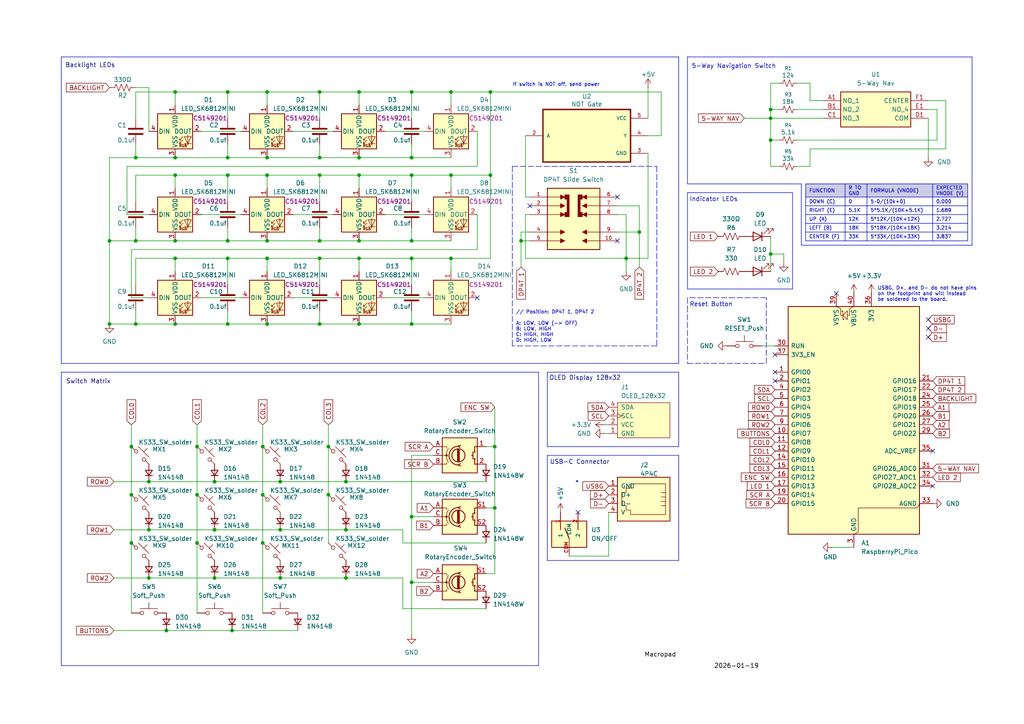
<source format=kicad_sch>
(kicad_sch (version 20250114) (generator "eeschema") (generator_version "9.0")
  (paper "A4")
  (text "USBG, D+, and D- do not have pins\non the footprint and will instead \nbe soldered to the board." (at 254.508 85.344 0) (effects (font (size 1.016 1.016)) (justify left)))
  (text "OLED Display 128x32" (at 169.672 109.728 0) (effects (font (size 1.27 1.27))))
  (text "USB-C Connector" (at 168.148 134.112 0) (effects (font (size 1.27 1.27))))
  (text "Switch Matrix" (at 25.654 110.744 0) (effects (font (size 1.27 1.27))))
  (text "2026-01-19" (at 213.614 193.294 0) (effects (font (size 1.27 1.27))))
  (text "Macropad" (at 191.516 189.992 0) (effects (font (size 1.27 1.27))))
  (text "Backlight LEDs" (at 26.162 19.05 0) (effects (font (size 1.27 1.27))))
  (text "Reset Button" (at 206.248 88.392 0) (effects (font (size 1.27 1.27))))
  (text "// Position: DP4T 1, DP4T 2\n\nA: LOW, LOW (-> OFF)\nB: LOW, HIGH\nC: HIGH, HIGH\nD: HIGH, LOW" (at 149.606 94.742 0) (effects (font (size 1.016 1.016)) (justify left)))
  (text "5-Way Navigation Switch" (at 212.852 19.304 0) (effects (font (size 1.27 1.27))))
  (text "*" (at 167.386 140.208 0) (effects (font (size 1.27 1.27))))
  (text "Indicator LEDs" (at 207.01 57.912 0) (effects (font (size 1.27 1.27))))
  (text "If switch is NOT off, send power" (at 161.29 24.638 0) (effects (font (size 1.016 1.016))))
  (junction (at 143.51 129.54))
  (junction (at 130.81 26.67))
  (junction (at 62.23 153.67))
  (junction (at 50.8 26.67))
  (junction (at 181.61 74.93))
  (junction (at 43.18 139.7))
  (junction (at 104.14 74.93))
  (junction (at 81.28 153.67))
  (junction (at 57.15 143.51))
  (junction (at 119.38 168.91))
  (junction (at 104.14 69.85))
  (junction (at 151.13 69.85))
  (junction (at 130.81 50.8))
  (junction (at 50.8 93.98))
  (junction (at 77.47 93.98))
  (junction (at 76.2 157.48))
  (junction (at 39.37 45.72))
  (junction (at 43.18 153.67))
  (junction (at 31.75 93.98))
  (junction (at 62.23 167.64))
  (junction (at 92.71 50.8))
  (junction (at 92.71 93.98))
  (junction (at 57.15 129.54))
  (junction (at 119.38 45.72))
  (junction (at 66.04 45.72))
  (junction (at 81.28 139.7))
  (junction (at 50.8 45.72))
  (junction (at 223.52 73.66))
  (junction (at 223.52 31.75))
  (junction (at 100.33 153.67))
  (junction (at 142.24 26.67))
  (junction (at 119.38 149.86))
  (junction (at 38.1 129.54))
  (junction (at 92.71 45.72))
  (junction (at 48.26 182.88))
  (junction (at 66.04 50.8))
  (junction (at 92.71 69.85))
  (junction (at 57.15 157.48))
  (junction (at 38.1 143.51))
  (junction (at 142.24 50.8))
  (junction (at 76.2 129.54))
  (junction (at 119.38 50.8))
  (junction (at 130.81 74.93))
  (junction (at 185.42 67.31))
  (junction (at 31.75 69.85))
  (junction (at 143.51 147.32))
  (junction (at 119.38 26.67))
  (junction (at 76.2 143.51))
  (junction (at 77.47 26.67))
  (junction (at 66.04 93.98))
  (junction (at 66.04 74.93))
  (junction (at 104.14 26.67))
  (junction (at 43.18 167.64))
  (junction (at 77.47 45.72))
  (junction (at 50.8 50.8))
  (junction (at 95.25 129.54))
  (junction (at 81.28 167.64))
  (junction (at 50.8 74.93))
  (junction (at 66.04 26.67))
  (junction (at 92.71 26.67))
  (junction (at 67.31 182.88))
  (junction (at 119.38 69.85))
  (junction (at 77.47 50.8))
  (junction (at 77.47 69.85))
  (junction (at 119.38 93.98))
  (junction (at 39.37 93.98))
  (junction (at 104.14 50.8))
  (junction (at 100.33 139.7))
  (junction (at 38.1 157.48))
  (junction (at 92.71 74.93))
  (junction (at 50.8 69.85))
  (junction (at 66.04 69.85))
  (junction (at 77.47 74.93))
  (junction (at 39.37 69.85))
  (junction (at 100.33 167.64))
  (junction (at 104.14 45.72))
  (junction (at 95.25 143.51))
  (junction (at 223.52 34.29))
  (junction (at 223.52 40.64))
  (junction (at 104.14 93.98))
  (junction (at 119.38 74.93))
  (junction (at 62.23 139.7))
  (no_connect (at 269.24 92.71))
  (no_connect (at 269.24 95.25))
  (no_connect (at 270.51 130.81))
  (no_connect (at 224.79 107.95))
  (no_connect (at 224.79 102.87))
  (no_connect (at 242.57 85.09))
  (no_connect (at 224.79 110.49))
  (no_connect (at 167.64 148.59))
  (no_connect (at 179.07 69.85))
  (no_connect (at 179.07 57.15))
  (no_connect (at 138.43 86.36))
  (no_connect (at 153.67 59.69))
  (no_connect (at 270.51 140.97))
  (no_connect (at 269.24 97.79))
  (polyline (pts (xy 158.75 132.08) (xy 158.75 162.56)) (stroke (width 0) (type solid)))
  (wire (pts (xy 223.52 34.29) (xy 238.76 34.29)))
  (wire (pts (xy 152.4 74.93) (xy 152.4 62.23)))
  (wire (pts (xy 50.8 74.93) (xy 66.04 74.93)))
  (wire (pts (xy 142.24 26.67) (xy 142.24 50.8)))
  (wire (pts (xy 81.28 153.67) (xy 100.33 153.67)))
  (wire (pts (xy 66.04 45.72) (xy 77.47 45.72)))
  (wire (pts (xy 66.04 26.67) (xy 66.04 34.29)))
  (wire (pts (xy 176.53 161.29) (xy 176.53 148.59)))
  (wire (pts (xy 220.98 100.33) (xy 224.79 100.33)))
  (wire (pts (xy 226.06 48.26) (xy 223.52 48.26)))
  (polyline (pts (xy 222.25 105.41) (xy 222.25 86.36)) (stroke (width 0) (type dash)))
  (wire (pts (xy 58.42 86.36) (xy 69.85 86.36)))
  (wire (pts (xy 119.38 132.08) (xy 119.38 149.86)))
  (wire (pts (xy 231.14 40.64) (xy 271.78 40.64)))
  (wire (pts (xy 130.81 54.61) (xy 130.81 50.8)))
  (wire (pts (xy 226.06 24.13) (xy 223.52 24.13)))
  (wire (pts (xy 269.24 29.21) (xy 274.32 29.21)))
  (wire (pts (xy 227.33 73.66) (xy 227.33 76.2)))
  (wire (pts (xy 95.25 143.51) (xy 95.25 157.48)))
  (wire (pts (xy 185.42 59.69) (xy 185.42 67.31)))
  (wire (pts (xy 223.52 31.75) (xy 226.06 31.75)))
  (wire (pts (xy 138.43 38.1) (xy 138.43 48.26)))
  (wire (pts (xy 223.52 40.64) (xy 223.52 34.29)))
  (wire (pts (xy 58.42 38.1) (xy 69.85 38.1)))
  (wire (pts (xy 191.77 39.37) (xy 191.77 26.67)))
  (wire (pts (xy 116.84 176.53) (xy 140.97 176.53)))
  (wire (pts (xy 119.38 26.67) (xy 130.81 26.67)))
  (wire (pts (xy 62.23 167.64) (xy 81.28 167.64)))
  (wire (pts (xy 119.38 168.91) (xy 119.38 184.15)))
  (wire (pts (xy 31.75 69.85) (xy 31.75 93.98)))
  (wire (pts (xy 76.2 129.54) (xy 76.2 143.51)))
  (wire (pts (xy 116.84 157.48) (xy 116.84 153.67)))
  (polyline (pts (xy 196.85 129.54) (xy 196.85 107.95)) (stroke (width 0) (type solid)))
  (wire (pts (xy 223.52 24.13) (xy 223.52 31.75)))
  (wire (pts (xy 181.61 62.23) (xy 181.61 74.93)))
  (wire (pts (xy 85.09 86.36) (xy 96.52 86.36)))
  (wire (pts (xy 95.25 123.19) (xy 95.25 129.54)))
  (polyline (pts (xy 232.41 53.34) (xy 232.41 71.12)))
  (wire (pts (xy 104.14 74.93) (xy 119.38 74.93)))
  (wire (pts (xy 38.1 72.39) (xy 38.1 86.36)))
  (wire (pts (xy 187.96 44.45) (xy 187.96 74.93)))
  (wire (pts (xy 138.43 62.23) (xy 138.43 72.39)))
  (wire (pts (xy 66.04 90.17) (xy 66.04 93.98)))
  (polyline (pts (xy 229.87 55.88) (xy 229.87 83.82)))
  (polyline (pts (xy 196.85 162.56) (xy 196.85 132.08)) (stroke (width 0) (type solid)))
  (polyline (pts (xy 17.78 107.95) (xy 17.78 193.04)))
  (wire (pts (xy 119.38 149.86) (xy 125.73 149.86)))
  (wire (pts (xy 151.13 69.85) (xy 153.67 69.85)))
  (polyline (pts (xy 158.75 129.54) (xy 196.85 129.54)) (stroke (width 0) (type solid)))
  (wire (pts (xy 231.14 24.13) (xy 234.95 24.13)))
  (wire (pts (xy 119.38 74.93) (xy 130.81 74.93)))
  (wire (pts (xy 66.04 50.8) (xy 77.47 50.8)))
  (wire (pts (xy 77.47 69.85) (xy 92.71 69.85)))
  (wire (pts (xy 187.96 39.37) (xy 191.77 39.37)))
  (wire (pts (xy 92.71 26.67) (xy 104.14 26.67)))
  (wire (pts (xy 39.37 26.67) (xy 50.8 26.67)))
  (wire (pts (xy 92.71 50.8) (xy 92.71 58.42)))
  (polyline (pts (xy 17.78 17.78) (xy 17.78 105.41)))
  (wire (pts (xy 95.25 129.54) (xy 95.25 143.51)))
  (wire (pts (xy 138.43 48.26) (xy 36.83 48.26)))
  (wire (pts (xy 39.37 74.93) (xy 50.8 74.93)))
  (polyline (pts (xy 148.59 48.26) (xy 148.59 100.33)) (stroke (width 0) (type dash)))
  (wire (pts (xy 39.37 69.85) (xy 50.8 69.85)))
  (wire (pts (xy 130.81 50.8) (xy 142.24 50.8)))
  (wire (pts (xy 50.8 45.72) (xy 66.04 45.72)))
  (wire (pts (xy 104.14 93.98) (xy 119.38 93.98)))
  (polyline (pts (xy 199.39 55.88) (xy 199.39 83.82)))
  (wire (pts (xy 57.15 129.54) (xy 57.15 143.51)))
  (wire (pts (xy 100.33 139.7) (xy 140.97 139.7)))
  (wire (pts (xy 77.47 26.67) (xy 92.71 26.67)))
  (wire (pts (xy 92.71 69.85) (xy 104.14 69.85)))
  (polyline (pts (xy 158.75 107.95) (xy 158.75 129.54)) (stroke (width 0) (type solid)))
  (wire (pts (xy 152.4 39.37) (xy 152.4 57.15)))
  (wire (pts (xy 119.38 26.67) (xy 119.38 34.29)))
  (wire (pts (xy 215.9 34.29) (xy 223.52 34.29)))
  (wire (pts (xy 152.4 57.15) (xy 153.67 57.15)))
  (wire (pts (xy 38.1 129.54) (xy 38.1 143.51)))
  (wire (pts (xy 66.04 26.67) (xy 77.47 26.67)))
  (wire (pts (xy 130.81 30.48) (xy 130.81 26.67)))
  (polyline (pts (xy 148.59 48.26) (xy 190.5 48.26)) (stroke (width 0) (type dash)))
  (polyline (pts (xy 156.21 107.95) (xy 156.21 193.04)))
  (wire (pts (xy 66.04 50.8) (xy 66.04 58.42)))
  (wire (pts (xy 140.97 129.54) (xy 143.51 129.54)))
  (wire (pts (xy 142.24 26.67) (xy 191.77 26.67)))
  (wire (pts (xy 111.76 86.36) (xy 123.19 86.36)))
  (wire (pts (xy 119.38 90.17) (xy 119.38 93.98)))
  (wire (pts (xy 92.71 50.8) (xy 104.14 50.8)))
  (wire (pts (xy 100.33 167.64) (xy 116.84 167.64)))
  (wire (pts (xy 39.37 90.17) (xy 39.37 93.98)))
  (wire (pts (xy 152.4 74.93) (xy 181.61 74.93)))
  (wire (pts (xy 269.24 34.29) (xy 269.24 45.72)))
  (wire (pts (xy 104.14 78.74) (xy 104.14 74.93)))
  (wire (pts (xy 111.76 38.1) (xy 123.19 38.1)))
  (polyline (pts (xy 199.39 16.51) (xy 199.39 53.34)))
  (wire (pts (xy 39.37 45.72) (xy 50.8 45.72)))
  (wire (pts (xy 234.95 48.26) (xy 231.14 48.26)))
  (wire (pts (xy 140.97 147.32) (xy 143.51 147.32)))
  (wire (pts (xy 31.75 45.72) (xy 31.75 69.85)))
  (wire (pts (xy 92.71 45.72) (xy 104.14 45.72)))
  (wire (pts (xy 226.06 40.64) (xy 223.52 40.64)))
  (wire (pts (xy 179.07 59.69) (xy 185.42 59.69)))
  (wire (pts (xy 138.43 72.39) (xy 38.1 72.39)))
  (wire (pts (xy 143.51 118.11) (xy 143.51 129.54)))
  (wire (pts (xy 119.38 66.04) (xy 119.38 69.85)))
  (wire (pts (xy 119.38 50.8) (xy 130.81 50.8)))
  (wire (pts (xy 92.71 90.17) (xy 92.71 93.98)))
  (wire (pts (xy 43.18 139.7) (xy 62.23 139.7)))
  (polyline (pts (xy 158.75 162.56) (xy 196.85 162.56)) (stroke (width 0) (type solid)))
  (wire (pts (xy 77.47 50.8) (xy 92.71 50.8)))
  (polyline (pts (xy 199.39 105.41) (xy 222.25 105.41)) (stroke (width 0) (type dash)))
  (wire (pts (xy 179.07 67.31) (xy 185.42 67.31)))
  (wire (pts (xy 67.31 182.88) (xy 86.36 182.88)))
  (polyline (pts (xy 17.78 107.95) (xy 156.21 107.95)))
  (polyline (pts (xy 158.75 132.08) (xy 196.85 132.08)) (stroke (width 0) (type solid)))
  (wire (pts (xy 31.75 45.72) (xy 39.37 45.72)))
  (wire (pts (xy 76.2 143.51) (xy 76.2 157.48)))
  (wire (pts (xy 81.28 139.7) (xy 100.33 139.7)))
  (wire (pts (xy 50.8 93.98) (xy 66.04 93.98)))
  (wire (pts (xy 39.37 41.91) (xy 39.37 45.72)))
  (wire (pts (xy 77.47 30.48) (xy 77.47 26.67)))
  (wire (pts (xy 50.8 30.48) (xy 50.8 26.67)))
  (wire (pts (xy 231.14 31.75) (xy 238.76 31.75)))
  (wire (pts (xy 234.95 43.18) (xy 234.95 48.26)))
  (wire (pts (xy 50.8 26.67) (xy 66.04 26.67)))
  (wire (pts (xy 271.78 31.75) (xy 271.78 40.64)))
  (wire (pts (xy 66.04 74.93) (xy 77.47 74.93)))
  (wire (pts (xy 39.37 50.8) (xy 50.8 50.8)))
  (wire (pts (xy 39.37 26.67) (xy 39.37 34.29)))
  (wire (pts (xy 77.47 74.93) (xy 92.71 74.93)))
  (wire (pts (xy 104.14 50.8) (xy 119.38 50.8)))
  (wire (pts (xy 38.1 123.19) (xy 38.1 129.54)))
  (wire (pts (xy 116.84 157.48) (xy 140.97 157.48)))
  (wire (pts (xy 130.81 78.74) (xy 130.81 74.93)))
  (polyline (pts (xy 17.78 105.41) (xy 196.85 105.41)))
  (wire (pts (xy 269.24 31.75) (xy 271.78 31.75)))
  (wire (pts (xy 92.71 41.91) (xy 92.71 45.72)))
  (wire (pts (xy 274.32 29.21) (xy 274.32 43.18)))
  (polyline (pts (xy 196.85 16.51) (xy 17.78 16.51)))
  (wire (pts (xy 36.83 62.23) (xy 43.18 62.23)))
  (wire (pts (xy 39.37 25.4) (xy 43.18 25.4)))
  (wire (pts (xy 57.15 157.48) (xy 57.15 177.8)))
  (wire (pts (xy 104.14 26.67) (xy 119.38 26.67)))
  (wire (pts (xy 92.71 93.98) (xy 104.14 93.98)))
  (wire (pts (xy 38.1 143.51) (xy 38.1 157.48)))
  (wire (pts (xy 58.42 62.23) (xy 69.85 62.23)))
  (wire (pts (xy 50.8 54.61) (xy 50.8 50.8)))
  (wire (pts (xy 125.73 168.91) (xy 119.38 168.91)))
  (wire (pts (xy 152.4 62.23) (xy 153.67 62.23)))
  (wire (pts (xy 223.52 73.66) (xy 223.52 78.74)))
  (wire (pts (xy 31.75 69.85) (xy 39.37 69.85)))
  (wire (pts (xy 274.32 43.18) (xy 234.95 43.18)))
  (polyline (pts (xy 199.39 88.9) (xy 199.39 105.41)) (stroke (width 0) (type dash)))
  (polyline (pts (xy 158.75 107.95) (xy 196.85 107.95)) (stroke (width 0) (type solid)))
  (wire (pts (xy 48.26 182.88) (xy 67.31 182.88)))
  (polyline (pts (xy 199.39 86.36) (xy 199.39 88.9)) (stroke (width 0) (type dash)))
  (wire (pts (xy 130.81 74.93) (xy 142.24 74.93)))
  (wire (pts (xy 43.18 153.67) (xy 62.23 153.67)))
  (wire (pts (xy 50.8 69.85) (xy 66.04 69.85)))
  (wire (pts (xy 151.13 77.47) (xy 151.13 69.85)))
  (wire (pts (xy 241.3 158.75) (xy 247.65 158.75)))
  (wire (pts (xy 31.75 93.98) (xy 39.37 93.98)))
  (wire (pts (xy 119.38 132.08) (xy 125.73 132.08)))
  (wire (pts (xy 100.33 153.67) (xy 116.84 153.67)))
  (wire (pts (xy 33.02 153.67) (xy 43.18 153.67)))
  (wire (pts (xy 119.38 41.91) (xy 119.38 45.72)))
  (wire (pts (xy 143.51 147.32) (xy 143.51 166.37)))
  (wire (pts (xy 92.71 74.93) (xy 92.71 82.55)))
  (polyline (pts (xy 190.5 48.26) (xy 190.5 100.33)) (stroke (width 0) (type dash)))
  (polyline (pts (xy 281.94 71.12) (xy 281.94 16.51)))
  (wire (pts (xy 66.04 66.04) (xy 66.04 69.85)))
  (wire (pts (xy 62.23 153.67) (xy 81.28 153.67)))
  (wire (pts (xy 57.15 123.19) (xy 57.15 129.54)))
  (polyline (pts (xy 232.41 71.12) (xy 281.94 71.12)))
  (wire (pts (xy 50.8 78.74) (xy 50.8 74.93)))
  (wire (pts (xy 143.51 166.37) (xy 140.97 166.37)))
  (wire (pts (xy 223.52 68.58) (xy 223.52 73.66)))
  (polyline (pts (xy 199.39 55.88) (xy 229.87 55.88)))
  (wire (pts (xy 116.84 176.53) (xy 116.84 167.64)))
  (polyline (pts (xy 229.87 83.82) (xy 199.39 83.82)))
  (wire (pts (xy 92.71 74.93) (xy 104.14 74.93)))
  (wire (pts (xy 151.13 67.31) (xy 153.67 67.31)))
  (wire (pts (xy 119.38 45.72) (xy 130.81 45.72)))
  (wire (pts (xy 119.38 50.8) (xy 119.38 58.42)))
  (polyline (pts (xy 199.39 53.34) (xy 232.41 53.34)))
  (wire (pts (xy 175.26 125.73) (xy 176.53 125.73)))
  (wire (pts (xy 39.37 93.98) (xy 50.8 93.98)))
  (wire (pts (xy 92.71 26.67) (xy 92.71 34.29)))
  (wire (pts (xy 76.2 123.19) (xy 76.2 129.54)))
  (wire (pts (xy 62.23 139.7) (xy 81.28 139.7)))
  (wire (pts (xy 50.8 50.8) (xy 66.04 50.8)))
  (wire (pts (xy 81.28 167.64) (xy 100.33 167.64)))
  (wire (pts (xy 165.1 161.29) (xy 176.53 161.29)))
  (wire (pts (xy 66.04 93.98) (xy 77.47 93.98)))
  (wire (pts (xy 187.96 25.4) (xy 187.96 34.29)))
  (wire (pts (xy 104.14 45.72) (xy 119.38 45.72)))
  (wire (pts (xy 181.61 74.93) (xy 181.61 78.74)))
  (wire (pts (xy 223.52 48.26) (xy 223.52 40.64)))
  (wire (pts (xy 119.38 69.85) (xy 130.81 69.85)))
  (polyline (pts (xy 190.5 100.33) (xy 148.59 100.33)) (stroke (width 0) (type dash)))
  (wire (pts (xy 66.04 69.85) (xy 77.47 69.85)))
  (polyline (pts (xy 222.25 86.36) (xy 199.39 86.36)) (stroke (width 0) (type dash)))
  (wire (pts (xy 85.09 38.1) (xy 96.52 38.1)))
  (wire (pts (xy 38.1 157.48) (xy 38.1 177.8)))
  (wire (pts (xy 223.52 31.75) (xy 223.52 34.29)))
  (wire (pts (xy 119.38 93.98) (xy 130.81 93.98)))
  (wire (pts (xy 43.18 167.64) (xy 62.23 167.64)))
  (wire (pts (xy 223.52 73.66) (xy 227.33 73.66)))
  (wire (pts (xy 85.09 62.23) (xy 96.52 62.23)))
  (wire (pts (xy 187.96 74.93) (xy 181.61 74.93)))
  (wire (pts (xy 142.24 50.8) (xy 142.24 74.93)))
  (wire (pts (xy 179.07 62.23) (xy 181.61 62.23)))
  (polyline (pts (xy 196.85 105.41) (xy 196.85 16.51)))
  (wire (pts (xy 76.2 157.48) (xy 76.2 177.8)))
  (wire (pts (xy 77.47 45.72) (xy 92.71 45.72)))
  (wire (pts (xy 33.02 139.7) (xy 43.18 139.7)))
  (wire (pts (xy 130.81 26.67) (xy 142.24 26.67)))
  (polyline (pts (xy 281.94 16.51) (xy 199.39 16.51)))
  (wire (pts (xy 104.14 69.85) (xy 119.38 69.85)))
  (wire (pts (xy 151.13 67.31) (xy 151.13 69.85)))
  (wire (pts (xy 119.38 149.86) (xy 119.38 168.91)))
  (wire (pts (xy 143.51 129.54) (xy 143.51 147.32)))
  (wire (pts (xy 111.76 62.23) (xy 123.19 62.23)))
  (wire (pts (xy 104.14 30.48) (xy 104.14 26.67)))
  (wire (pts (xy 39.37 50.8) (xy 39.37 58.42)))
  (wire (pts (xy 92.71 66.04) (xy 92.71 69.85)))
  (wire (pts (xy 38.1 86.36) (xy 43.18 86.36)))
  (polyline (pts (xy 156.21 193.04) (xy 17.78 193.04)))
  (wire (pts (xy 119.38 74.93) (xy 119.38 82.55)))
  (wire (pts (xy 57.15 143.51) (xy 57.15 157.48)))
  (wire (pts (xy 66.04 41.91) (xy 66.04 45.72)))
  (wire (pts (xy 39.37 74.93) (xy 39.37 82.55)))
  (wire (pts (xy 77.47 54.61) (xy 77.47 50.8)))
  (wire (pts (xy 234.95 24.13) (xy 234.95 29.21)))
  (wire (pts (xy 175.26 123.19) (xy 176.53 123.19)))
  (wire (pts (xy 104.14 54.61) (xy 104.14 50.8)))
  (wire (pts (xy 43.18 25.4) (xy 43.18 38.1)))
  (wire (pts (xy 77.47 93.98) (xy 92.71 93.98)))
  (wire (pts (xy 33.02 167.64) (xy 43.18 167.64)))
  (wire (pts (xy 66.04 74.93) (xy 66.04 82.55)))
  (polyline (pts (xy 17.78 16.51) (xy 17.78 17.78)))
  (wire (pts (xy 77.47 78.74) (xy 77.47 74.93)))
  (wire (pts (xy 36.83 48.26) (xy 36.83 62.23)))
  (wire (pts (xy 33.02 182.88) (xy 48.26 182.88)))
  (wire (pts (xy 39.37 66.04) (xy 39.37 69.85)))
  (wire (pts (xy 234.95 29.21) (xy 238.76 29.21)))
  (wire (pts (xy 185.42 77.47) (xy 185.42 67.31)))
  (table (column_count 4) (border (external yes) (header yes)) (separators (rows yes) (cols yes)) (column_widths 11.43 6.35 19.05 10.16) (row_heights 3.81 2.54 2.54 2.54 2.54 2.54) (cells (table_cell "FUNCTION" (at 233.68 53.34 0) (size 11.43 3.81) (margins 0.9525 0.9525 0.9525 0.9525) (span 1 1) (fill (type color) (color 0 0 132 0.2))) (table_cell "R TO GND" (at 245.11 53.34 0) (size 6.35 3.81) (margins 0.9525 0.9525 0.9525 0.9525) (span 1 1) (fill (type color) (color 0 0 132 0.2))) (table_cell "FORMULA (VNODE)" (at 251.46 53.34 0) (size 19.05 3.81) (margins 0.9525 0.9525 0.9525 0.9525) (span 1 1) (fill (type color) (color 0 0 132 0.2))) (table_cell "EXPECTED VNODE (V)" (at 270.51 53.34 0) (size 10.16 3.81) (margins 0.9525 0.9525 0.9525 0.9525) (span 1 1) (fill (type color) (color 0 0 132 0.2))) (table_cell "DOWN (C)" (at 233.68 57.15 0) (size 11.43 2.54) (margins 0.9525 0.9525 0.9525 0.9525) (span 1 1)) (table_cell "0" (at 245.11 57.15 0) (size 6.35 2.54) (margins 0.9525 0.9525 0.9525 0.9525) (span 1 1)) (table_cell "5·0/(10k+0)" (at 251.46 57.15 0) (size 19.05 2.54) (margins 0.9525 0.9525 0.9525 0.9525) (span 1 1)) (table_cell "0.000" (at 270.51 57.15 0) (size 10.16 2.54) (margins 0.9525 0.9525 0.9525 0.9525) (span 1 1)) (table_cell "RIGHT (E)" (at 233.68 59.69 0) (size 11.43 2.54) (margins 0.9525 0.9525 0.9525 0.9525) (span 1 1)) (table_cell "5.1K" (at 245.11 59.69 0) (size 6.35 2.54) (margins 0.9525 0.9525 0.9525 0.9525) (span 1 1)) (table_cell "5*5.1K/(10K+5.1K)" (at 251.46 59.69 0) (size 19.05 2.54) (margins 0.9525 0.9525 0.9525 0.9525) (span 1 1)) (table_cell "1.689" (at 270.51 59.69 0) (size 10.16 2.54) (margins 0.9525 0.9525 0.9525 0.9525) (span 1 1)) (table_cell "UP (A)" (at 233.68 62.23 0) (size 11.43 2.54) (margins 0.9525 0.9525 0.9525 0.9525) (span 1 1)) (table_cell "12K" (at 245.11 62.23 0) (size 6.35 2.54) (margins 0.9525 0.9525 0.9525 0.9525) (span 1 1)) (table_cell "5*12K/(10K+12K)" (at 251.46 62.23 0) (size 19.05 2.54) (margins 0.9525 0.9525 0.9525 0.9525) (span 1 1)) (table_cell "2.727" (at 270.51 62.23 0) (size 10.16 2.54) (margins 0.9525 0.9525 0.9525 0.9525) (span 1 1)) (table_cell "LEFT (B)" (at 233.68 64.77 0) (size 11.43 2.54) (margins 0.9525 0.9525 0.9525 0.9525) (span 1 1)) (table_cell "18K" (at 245.11 64.77 0) (size 6.35 2.54) (margins 0.9525 0.9525 0.9525 0.9525) (span 1 1)) (table_cell "5*18K/(10K+18K)" (at 251.46 64.77 0) (size 19.05 2.54) (margins 0.9525 0.9525 0.9525 0.9525) (span 1 1)) (table_cell "3.214" (at 270.51 64.77 0) (size 10.16 2.54) (margins 0.9525 0.9525 0.9525 0.9525) (span 1 1)) (table_cell "CENTER (F)" (at 233.68 67.31 0) (size 11.43 2.54) (margins 0.9525 0.9525 0.9525 0.9525) (span 1 1)) (table_cell "33K" (at 245.11 67.31 0) (size 6.35 2.54) (margins 0.9525 0.9525 0.9525 0.9525) (span 1 1)) (table_cell "5*33K/(10K+33K)" (at 251.46 67.31 0) (size 19.05 2.54) (margins 0.9525 0.9525 0.9525 0.9525) (span 1 1)) (table_cell "3.837" (at 270.51 67.31 0) (size 10.16 2.54) (margins 0.9525 0.9525 0.9525 0.9525) (span 1 1))))
  (global_label "A1" (shape input) (at 270.51 118.11 0) (property "Intersheetrefs" "${INTERSHEET_REFS}" (effects (hide yes))))
  (global_label "B1" (shape input) (at 125.73 152.4 180) (property "Intersheetrefs" "${INTERSHEET_REFS}" (effects (hide yes))))
  (global_label "BUTTONS" (shape input) (at 33.02 182.88 180) (property "Intersheetrefs" "${INTERSHEET_REFS}" (effects (hide yes))))
  (global_label "ROW2" (shape input) (at 33.02 167.64 180) (property "Intersheetrefs" "${INTERSHEET_REFS}" (effects (hide yes))))
  (global_label "B2" (shape input) (at 270.51 125.73 0) (property "Intersheetrefs" "${INTERSHEET_REFS}" (effects (hide yes))))
  (global_label "COL1" (shape input) (at 224.79 130.81 180) (property "Intersheetrefs" "${INTERSHEET_REFS}" (effects (hide yes))))
  (global_label "DP4T 2" (shape input) (at 185.42 77.47 270) (property "Intersheetrefs" "${INTERSHEET_REFS}" (effects (hide yes))))
  (global_label "LED 2" (shape input) (at 270.51 138.43 0) (property "Intersheetrefs" "${INTERSHEET_REFS}" (effects (hide yes))))
  (global_label "D+" (shape input) (at 176.53 143.51 180) (property "Intersheetrefs" "${INTERSHEET_REFS}" (effects (hide yes))))
  (global_label "USBG" (shape input) (at 176.53 140.97 180) (property "Intersheetrefs" "${INTERSHEET_REFS}" (effects (hide yes))))
  (global_label "ROW0" (shape input) (at 224.79 118.11 180) (property "Intersheetrefs" "${INTERSHEET_REFS}" (effects (hide yes))))
  (global_label "5-WAY NAV" (shape input) (at 270.51 135.89 0) (property "Intersheetrefs" "${INTERSHEET_REFS}" (effects (hide yes))))
  (global_label "BACKLIGHT" (shape input) (at 270.51 115.57 0) (property "Intersheetrefs" "${INTERSHEET_REFS}" (effects (hide yes))))
  (global_label "SCR B" (shape input) (at 125.73 134.62 180) (property "Intersheetrefs" "${INTERSHEET_REFS}" (effects (hide yes))))
  (global_label "D+" (shape input) (at 269.24 97.79 0) (property "Intersheetrefs" "${INTERSHEET_REFS}" (effects (hide yes))))
  (global_label "COL2" (shape input) (at 76.2 123.19 90) (property "Intersheetrefs" "${INTERSHEET_REFS}" (effects (hide yes))))
  (global_label "ENC SW" (shape input) (at 224.79 138.43 180) (property "Intersheetrefs" "${INTERSHEET_REFS}" (effects (hide yes))))
  (global_label "A2" (shape input) (at 125.73 166.37 180) (property "Intersheetrefs" "${INTERSHEET_REFS}" (effects (hide yes))))
  (global_label "COL1" (shape input) (at 57.15 123.19 90) (property "Intersheetrefs" "${INTERSHEET_REFS}" (effects (hide yes))))
  (global_label "USBG" (shape input) (at 269.24 92.71 0) (property "Intersheetrefs" "${INTERSHEET_REFS}" (effects (hide yes))))
  (global_label "SCR A" (shape input) (at 125.73 129.54 180) (property "Intersheetrefs" "${INTERSHEET_REFS}" (effects (hide yes))))
  (global_label "DP4T 1" (shape input) (at 270.51 110.49 0) (property "Intersheetrefs" "${INTERSHEET_REFS}" (effects (hide yes))))
  (global_label "DP4T 1" (shape input) (at 151.13 77.47 270) (property "Intersheetrefs" "${INTERSHEET_REFS}" (effects (hide yes))))
  (global_label "B1" (shape input) (at 270.51 120.65 0) (property "Intersheetrefs" "${INTERSHEET_REFS}" (effects (hide yes))))
  (global_label "LED 2" (shape input) (at 208.28 78.74 180) (property "Intersheetrefs" "${INTERSHEET_REFS}" (effects (hide yes))))
  (global_label "A1" (shape input) (at 125.73 147.32 180) (property "Intersheetrefs" "${INTERSHEET_REFS}" (effects (hide yes))))
  (global_label "ROW0" (shape input) (at 33.02 139.7 180) (property "Intersheetrefs" "${INTERSHEET_REFS}" (effects (hide yes))))
  (global_label "BACKLIGHT" (shape input) (at 31.75 25.4 180) (property "Intersheetrefs" "${INTERSHEET_REFS}" (effects (hide yes))))
  (global_label "SCR A" (shape input) (at 224.79 143.51 180) (property "Intersheetrefs" "${INTERSHEET_REFS}" (effects (hide yes))))
  (global_label "BUTTONS" (shape input) (at 224.79 125.73 180) (property "Intersheetrefs" "${INTERSHEET_REFS}" (effects (hide yes))))
  (global_label "LED 1" (shape input) (at 224.79 140.97 180) (property "Intersheetrefs" "${INTERSHEET_REFS}" (effects (hide yes))))
  (global_label "SCR B" (shape input) (at 224.79 146.05 180) (property "Intersheetrefs" "${INTERSHEET_REFS}" (effects (hide yes))))
  (global_label "LED 1" (shape input) (at 208.28 68.58 180) (property "Intersheetrefs" "${INTERSHEET_REFS}" (effects (hide yes))))
  (global_label "COL2" (shape input) (at 224.79 133.35 180) (property "Intersheetrefs" "${INTERSHEET_REFS}" (effects (hide yes))))
  (global_label "SDA" (shape input) (at 176.53 118.11 180) (property "Intersheetrefs" "${INTERSHEET_REFS}" (effects (hide yes))))
  (global_label "DP4T 2" (shape input) (at 270.51 113.03 0) (property "Intersheetrefs" "${INTERSHEET_REFS}" (effects (hide yes))))
  (global_label "COL0" (shape input) (at 224.79 128.27 180) (property "Intersheetrefs" "${INTERSHEET_REFS}" (effects (hide yes))))
  (global_label "SCL" (shape input) (at 224.79 115.57 180) (property "Intersheetrefs" "${INTERSHEET_REFS}" (effects (hide yes))))
  (global_label "ROW1" (shape input) (at 33.02 153.67 180) (property "Intersheetrefs" "${INTERSHEET_REFS}" (effects (hide yes))))
  (global_label "SDA" (shape input) (at 224.79 113.03 180) (property "Intersheetrefs" "${INTERSHEET_REFS}" (effects (hide yes))))
  (global_label "COL0" (shape input) (at 38.1 123.19 90) (property "Intersheetrefs" "${INTERSHEET_REFS}" (effects (hide yes))))
  (global_label "B2" (shape input) (at 125.73 171.45 180) (property "Intersheetrefs" "${INTERSHEET_REFS}" (effects (hide yes))))
  (global_label "D-" (shape input) (at 269.24 95.25 0) (property "Intersheetrefs" "${INTERSHEET_REFS}" (effects (hide yes))))
  (global_label "ROW1" (shape input) (at 224.79 120.65 180) (property "Intersheetrefs" "${INTERSHEET_REFS}" (effects (hide yes))))
  (global_label "COL3" (shape input) (at 224.79 135.89 180) (property "Intersheetrefs" "${INTERSHEET_REFS}" (effects (hide yes))))
  (global_label "COL3" (shape input) (at 95.25 123.19 90) (property "Intersheetrefs" "${INTERSHEET_REFS}" (effects (hide yes))))
  (global_label "5-WAY NAV" (shape input) (at 215.9 34.29 180) (property "Intersheetrefs" "${INTERSHEET_REFS}" (effects (hide yes))))
  (global_label "ENC SW" (shape input) (at 143.51 118.11 180) (property "Intersheetrefs" "${INTERSHEET_REFS}" (effects (hide yes))))
  (global_label "ROW2" (shape input) (at 224.79 123.19 180) (property "Intersheetrefs" "${INTERSHEET_REFS}" (effects (hide yes))))
  (global_label "D-" (shape input) (at 176.53 146.05 180) (property "Intersheetrefs" "${INTERSHEET_REFS}" (effects (hide yes))))
  (global_label "A2" (shape input) (at 270.51 123.19 0) (property "Intersheetrefs" "${INTERSHEET_REFS}" (effects (hide yes))))
  (global_label "SCL" (shape input) (at 176.53 120.65 180) (property "Intersheetrefs" "${INTERSHEET_REFS}" (effects (hide yes))))
  (symbol (lib_id "Switch:SW_Push") (at 81.28 177.8 0) (unit 1)
    (property "Reference" "SW7" (at 81.28 170.18 0))
    (property "Value" "Soft_Push" (at 81.28 172.72 0))
    (property "Footprint" "Button_Switch_THT:SW_PUSH_6mm" (effects (hide yes)))
    (property "Description" "Push button switch, generic, two pins" (effects (hide yes)))
  )
  (symbol (lib_id "Device:C") (at 66.04 38.1 0) (unit 1)
    (property "Reference" "C2" (at 60.706 36.322 0) (effects (justify left)))
    (property "Value" "0.1uf" (at 60.706 40.64 0) (effects (justify left)))
    (property "Footprint" "ScottoKeebs_Components:Capacitor_0603" (effects (hide yes)))
    (property "Description" "Unpolarized capacitor" (effects (hide yes)))
  )
  (symbol (lib_name "RotaryEncoder_Switch_1") (lib_id "Device:RotaryEncoder_Switch") (at 133.35 132.08 0) (unit 1)
    (property "Reference" "SW2" (at 133.35 122.428 0))
    (property "Value" "RotaryEncoder_Switch" (at 133.35 124.968 0))
    (property "Footprint" "CKW12:CKW12" (effects (hide yes)))
    (property "Description" "Rotary encoder, dual channel, incremental quadrate outputs, with switch" (effects (hide yes)))
  )
  (symbol (lib_id "marbastlib-gateron_lp:KS33_SW_solder") (at 59.69 160.02 0) (unit 1)
    (property "Reference" "MX10" (at 65.278 158.242 0))
    (property "Value" "KS33_SW_solder" (at 67.056 156.21 0))
    (property "Footprint" "marbastlib-xp-gateron_lp:SW_KS33_1u" (effects (hide yes)))
    (property "Description" "Push button switch, normally open, two pins, 45° tilted" (effects (hide yes)))
  )
  (symbol (lib_id "marbastlib-gateron_lp:KS33_SW_solder") (at 97.79 146.05 0) (unit 1)
    (property "Reference" "MX8" (at 103.378 144.272 0))
    (property "Value" "KS33_SW_solder" (at 105.156 142.24 0))
    (property "Footprint" "marbastlib-xp-gateron_lp:SW_KS33_1u" (effects (hide yes)))
    (property "Description" "Push button switch, normally open, two pins, 45° tilted" (effects (hide yes)))
  )
  (symbol (lib_id "Device:RotaryEncoder_Switch") (at 133.35 149.86 0) (unit 1)
    (property "Reference" "SW3" (at 133.35 140.716 0))
    (property "Value" "RotaryEncoder_Switch" (at 133.35 143.256 0))
    (property "Footprint" "Rotary_Encoder:RotaryEncoder_Alps_EC11E-Switch_Vertical_H20mm" (effects (hide yes)))
    (property "Description" "Rotary encoder, dual channel, incremental quadrate outputs, with switch" (effects (hide yes)))
  )
  (symbol (lib_id "Device:D_Small") (at 86.36 180.34 90) (unit 1)
    (property "Reference" "D32" (at 88.9 179.0699 90) (effects (justify right)))
    (property "Value" "1N4148" (at 88.9 181.6099 90) (effects (justify right)))
    (property "Footprint" "ScottoKeebs_Components:Diode_DO-35" (effects (hide yes)))
    (property "Description" "Diode, small symbol" (effects (hide yes)))
    (property "MF" "onsemi" (effects (hide yes)))
    (property "MAXIMUM_PACKAGE_HEIGHT" "1.91mm" (effects (hide yes)))
    (property "Package" "AXIAL LEAD-2 ON Semiconductor" (effects (hide yes)))
    (property "Price" "None" (effects (hide yes)))
    (property "Check_prices" "https://www.snapeda.com/parts/1N4148/Onsemi/view-part/?ref=eda" (effects (hide yes)))
    (property "STANDARD" "IPC-7351B" (effects (hide yes)))
    (property "PARTREV" "5" (effects (hide yes)))
    (property "SnapEDA_Link" "https://www.snapeda.com/parts/1N4148/Onsemi/view-part/?ref=snap" (effects (hide yes)))
    (property "MP" "1N4148" (effects (hide yes)))
    (property "Description_1" "Diode Standard 75V 200mA Surface Mount SOD-523F" (effects (hide yes)))
    (property "Availability" "In Stock" (effects (hide yes)))
    (property "MANUFACTURER" "Onsemi" (effects (hide yes)))
    (property "Sim.Device" "D" (effects (hide yes)))
    (property "Sim.Pins" "1=K 2=A" (effects (hide yes)))
  )
  (symbol (lib_id "Device:C") (at 66.04 86.36 0) (unit 1)
    (property "Reference" "C10" (at 60.706 84.582 0) (effects (justify left)))
    (property "Value" "0.1uf" (at 60.706 88.9 0) (effects (justify left)))
    (property "Footprint" "ScottoKeebs_Components:Capacitor_0603" (effects (hide yes)))
    (property "Description" "Unpolarized capacitor" (effects (hide yes)))
  )
  (symbol (lib_id "Device:R_Small_US") (at 228.6 31.75 90) (unit 1)
    (property "Reference" "R3" (at 228.6 27.432 90) (effects (font (size 1.016 1.016))))
    (property "Value" "18k" (at 228.6 29.464 90))
    (property "Footprint" "Resistor_SMD:R_0603_1608Metric" (effects (hide yes)))
    (property "Description" "Resistor, small US symbol" (effects (hide yes)))
  )
  (symbol (lib_id "power:+5V") (at 187.96 25.4 0) (unit 1)
    (property "Reference" "#PWR01" (effects (hide yes)))
    (property "Value" "+5V" (at 187.96 21.59 0))
    (property "Description" "Power symbol creates a global label with name \"+5V\"" (effects (hide yes)))
  )
  (symbol (lib_id "Device:D_Small") (at 140.97 154.94 90) (unit 1)
    (property "Reference" "D24" (at 143.002 153.67 90) (effects (justify right)))
    (property "Value" "1N4148W" (at 143.002 156.21 90) (effects (justify right)))
    (property "Footprint" "ScottoKeebs_Components:Diode_DO-35" (effects (hide yes)))
    (property "Description" "Diode, small symbol" (effects (hide yes)))
    (property "MF" "onsemi" (effects (hide yes)))
    (property "MAXIMUM_PACKAGE_HEIGHT" "1.91mm" (effects (hide yes)))
    (property "Package" "AXIAL LEAD-2 ON Semiconductor" (effects (hide yes)))
    (property "Price" "None" (effects (hide yes)))
    (property "Check_prices" "https://www.snapeda.com/parts/1N4148/Onsemi/view-part/?ref=eda" (effects (hide yes)))
    (property "STANDARD" "IPC-7351B" (effects (hide yes)))
    (property "PARTREV" "5" (effects (hide yes)))
    (property "SnapEDA_Link" "https://www.snapeda.com/parts/1N4148/Onsemi/view-part/?ref=snap" (effects (hide yes)))
    (property "MP" "1N4148" (effects (hide yes)))
    (property "Description_1" "Diode Standard 75V 200mA Surface Mount SOD-523F" (effects (hide yes)))
    (property "Availability" "In Stock" (effects (hide yes)))
    (property "MANUFACTURER" "Onsemi" (effects (hide yes)))
    (property "Sim.Device" "D" (effects (hide yes)))
    (property "Sim.Pins" "1=K 2=A" (effects (hide yes)))
  )
  (symbol (lib_id "ScottoKeebs:OLED_128x32") (at 179.07 121.92 0) (unit 1)
    (property "Reference" "J1" (at 180.086 112.268 0) (effects (justify left)))
    (property "Value" "OLED_128x32" (at 180.086 114.808 0) (effects (justify left)))
    (property "Footprint" "B4B-XH-AM__LF__SN_:JST_B4B-XH-AM__LF__SN_" (effects (hide yes)))
  )
  (symbol (lib_id "power:+3.3V") (at 252.73 85.09 0) (unit 1)
    (property "Reference" "#PWR06" (effects (hide yes)))
    (property "Value" "+3.3V" (at 252.73 80.01 0))
    (property "Description" "Power symbol creates a global label with name \"+3.3V\"" (effects (hide yes)))
  )
  (symbol (lib_id "Device:C") (at 39.37 86.36 0) (unit 1)
    (property "Reference" "C9" (at 34.036 84.582 0) (effects (justify left)))
    (property "Value" "0.1uf" (at 34.036 88.9 0) (effects (justify left)))
    (property "Footprint" "ScottoKeebs_Components:Capacitor_0603" (effects (hide yes)))
    (property "Description" "Unpolarized capacitor" (effects (hide yes)))
  )
  (symbol (lib_id "Device:D_Small") (at 62.23 151.13 90) (unit 1)
    (property "Reference" "D21" (at 64.77 149.8599 90) (effects (justify right)))
    (property "Value" "1N4148" (at 64.77 152.3999 90) (effects (justify right)))
    (property "Footprint" "ScottoKeebs_Components:Diode_DO-35" (effects (hide yes)))
    (property "Description" "Diode, small symbol" (effects (hide yes)))
    (property "Sim.Device" "D" (effects (hide yes)))
    (property "Sim.Pins" "1=K 2=A" (effects (hide yes)))
    (property "MF" "onsemi" (effects (hide yes)))
    (property "MAXIMUM_PACKAGE_HEIGHT" "1.91mm" (effects (hide yes)))
    (property "Package" "AXIAL LEAD-2 ON Semiconductor" (effects (hide yes)))
    (property "Price" "None" (effects (hide yes)))
    (property "Check_prices" "https://www.snapeda.com/parts/1N4148/Onsemi/view-part/?ref=eda" (effects (hide yes)))
    (property "STANDARD" "IPC-7351B" (effects (hide yes)))
    (property "PARTREV" "5" (effects (hide yes)))
    (property "SnapEDA_Link" "https://www.snapeda.com/parts/1N4148/Onsemi/view-part/?ref=snap" (effects (hide yes)))
    (property "MP" "1N4148" (effects (hide yes)))
    (property "Description_1" "Diode Standard 75V 200mA Surface Mount SOD-523F" (effects (hide yes)))
    (property "Availability" "In Stock" (effects (hide yes)))
    (property "MANUFACTURER" "Onsemi" (effects (hide yes)))
  )
  (symbol (lib_id "Device:RotaryEncoder_Switch") (at 133.35 168.91 0) (unit 1)
    (property "Reference" "SW4" (at 133.604 159.004 0))
    (property "Value" "RotaryEncoder_Switch" (at 133.604 161.544 0))
    (property "Footprint" "Rotary_Encoder:RotaryEncoder_Alps_EC11E-Switch_Vertical_H20mm" (effects (hide yes)))
    (property "Description" "Rotary encoder, dual channel, incremental quadrate outputs, with switch" (effects (hide yes)))
  )
  (symbol (lib_id "marbastlib-gateron_lp:KS33_SW_solder") (at 78.74 160.02 0) (unit 1)
    (property "Reference" "MX11" (at 84.328 158.242 0))
    (property "Value" "KS33_SW_solder" (at 86.106 156.21 0))
    (property "Footprint" "marbastlib-xp-gateron_lp:SW_KS33_1u" (effects (hide yes)))
    (property "Description" "Push button switch, normally open, two pins, 45° tilted" (effects (hide yes)))
  )
  (symbol (lib_id "ScottoKeebs:LED_SK6812MINI") (at 104.14 86.36 0) (unit 1)
    (property "Reference" "D13" (at 113.792 77.216 0))
    (property "Value" "LED_SK6812MINI" (at 113.792 79.756 0))
    (property "Footprint" "ScottoKeebs_Components:LED_SK6812MINI" (effects (hide yes)))
    (property "Datasheet" "https://cdn-shop.adafruit.com/product-files/2686/SK6812MINI_REV.01-1-2.pdf" (effects (hide yes)))
    (property "Description" "RGB LED with integrated controller" (effects (hide yes)))
    (property "LCSC" "C5149201" (at 114.3 82.55 0))
  )
  (symbol (lib_id "power:GND") (at 181.61 78.74 0) (unit 1)
    (property "Reference" "#PWR04" (effects (hide yes)))
    (property "Value" "GND" (at 181.61 83.82 0))
    (property "Description" "Power symbol creates a global label with name \"GND\" , ground" (effects (hide yes)))
  )
  (symbol (lib_id "Device:D_Small") (at 81.28 165.1 90) (unit 1)
    (property "Reference" "D27" (at 83.82 163.8299 90) (effects (justify right)))
    (property "Value" "1N4148" (at 83.82 166.3699 90) (effects (justify right)))
    (property "Footprint" "ScottoKeebs_Components:Diode_DO-35" (effects (hide yes)))
    (property "Description" "Diode, small symbol" (effects (hide yes)))
    (property "Sim.Device" "D" (effects (hide yes)))
    (property "Sim.Pins" "1=K 2=A" (effects (hide yes)))
    (property "MF" "onsemi" (effects (hide yes)))
    (property "MAXIMUM_PACKAGE_HEIGHT" "1.91mm" (effects (hide yes)))
    (property "Package" "AXIAL LEAD-2 ON Semiconductor" (effects (hide yes)))
    (property "Price" "None" (effects (hide yes)))
    (property "Check_prices" "https://www.snapeda.com/parts/1N4148/Onsemi/view-part/?ref=eda" (effects (hide yes)))
    (property "STANDARD" "IPC-7351B" (effects (hide yes)))
    (property "PARTREV" "5" (effects (hide yes)))
    (property "SnapEDA_Link" "https://www.snapeda.com/parts/1N4148/Onsemi/view-part/?ref=snap" (effects (hide yes)))
    (property "MP" "1N4148" (effects (hide yes)))
    (property "Description_1" "Diode Standard 75V 200mA Surface Mount SOD-523F" (effects (hide yes)))
    (property "Availability" "In Stock" (effects (hide yes)))
    (property "MANUFACTURER" "Onsemi" (effects (hide yes)))
  )
  (symbol (lib_id "Device:D_Small") (at 100.33 165.1 90) (unit 1)
    (property "Reference" "D28" (at 102.87 163.8299 90) (effects (justify right)))
    (property "Value" "1N4148" (at 102.87 166.3699 90) (effects (justify right)))
    (property "Footprint" "ScottoKeebs_Components:Diode_DO-35" (effects (hide yes)))
    (property "Description" "Diode, small symbol" (effects (hide yes)))
    (property "Sim.Device" "D" (effects (hide yes)))
    (property "Sim.Pins" "1=K 2=A" (effects (hide yes)))
    (property "MF" "onsemi" (effects (hide yes)))
    (property "MAXIMUM_PACKAGE_HEIGHT" "1.91mm" (effects (hide yes)))
    (property "Package" "AXIAL LEAD-2 ON Semiconductor" (effects (hide yes)))
    (property "Price" "None" (effects (hide yes)))
    (property "Check_prices" "https://www.snapeda.com/parts/1N4148/Onsemi/view-part/?ref=eda" (effects (hide yes)))
    (property "STANDARD" "IPC-7351B" (effects (hide yes)))
    (property "PARTREV" "5" (effects (hide yes)))
    (property "SnapEDA_Link" "https://www.snapeda.com/parts/1N4148/Onsemi/view-part/?ref=snap" (effects (hide yes)))
    (property "MP" "1N4148" (effects (hide yes)))
    (property "Description_1" "Diode Standard 75V 200mA Surface Mount SOD-523F" (effects (hide yes)))
    (property "Availability" "In Stock" (effects (hide yes)))
    (property "MANUFACTURER" "Onsemi" (effects (hide yes)))
  )
  (symbol (lib_id "ScottoKeebs:LED_SK6812MINI") (at 130.81 38.1 0) (unit 1)
    (property "Reference" "D4" (at 140.462 28.956 0))
    (property "Value" "LED_SK6812MINI" (at 140.462 31.496 0))
    (property "Footprint" "ScottoKeebs_Components:LED_SK6812MINI" (effects (hide yes)))
    (property "Datasheet" "https://cdn-shop.adafruit.com/product-files/2686/SK6812MINI_REV.01-1-2.pdf" (effects (hide yes)))
    (property "Description" "RGB LED with integrated controller" (effects (hide yes)))
    (property "LCSC" "C5149201" (at 140.97 34.29 0))
  )
  (symbol (lib_id "Device:C") (at 39.37 62.23 0) (unit 1)
    (property "Reference" "C5" (at 34.036 60.452 0) (effects (justify left)))
    (property "Value" "0.1uf" (at 34.036 64.77 0) (effects (justify left)))
    (property "Footprint" "ScottoKeebs_Components:Capacitor_0603" (effects (hide yes)))
    (property "Description" "Unpolarized capacitor" (effects (hide yes)))
  )
  (symbol (lib_id "ScottoKeebs:LED_SK6812MINI") (at 77.47 62.23 0) (unit 1)
    (property "Reference" "D6" (at 87.122 53.086 0))
    (property "Value" "LED_SK6812MINI" (at 87.122 55.626 0))
    (property "Footprint" "ScottoKeebs_Components:LED_SK6812MINI" (effects (hide yes)))
    (property "Datasheet" "https://cdn-shop.adafruit.com/product-files/2686/SK6812MINI_REV.01-1-2.pdf" (effects (hide yes)))
    (property "Description" "RGB LED with integrated controller" (effects (hide yes)))
    (property "LCSC" "C5149201" (at 87.63 58.42 0))
  )
  (symbol (lib_id "Device:D_Small") (at 43.18 151.13 90) (unit 1)
    (property "Reference" "D20" (at 45.72 149.8599 90) (effects (justify right)))
    (property "Value" "1N4148" (at 45.72 152.3999 90) (effects (justify right)))
    (property "Footprint" "ScottoKeebs_Components:Diode_DO-35" (effects (hide yes)))
    (property "Description" "Diode, small symbol" (effects (hide yes)))
    (property "Sim.Device" "D" (effects (hide yes)))
    (property "Sim.Pins" "1=K 2=A" (effects (hide yes)))
    (property "MF" "onsemi" (effects (hide yes)))
    (property "MAXIMUM_PACKAGE_HEIGHT" "1.91mm" (effects (hide yes)))
    (property "Package" "AXIAL LEAD-2 ON Semiconductor" (effects (hide yes)))
    (property "Price" "None" (effects (hide yes)))
    (property "Check_prices" "https://www.snapeda.com/parts/1N4148/Onsemi/view-part/?ref=eda" (effects (hide yes)))
    (property "STANDARD" "IPC-7351B" (effects (hide yes)))
    (property "PARTREV" "5" (effects (hide yes)))
    (property "SnapEDA_Link" "https://www.snapeda.com/parts/1N4148/Onsemi/view-part/?ref=snap" (effects (hide yes)))
    (property "MP" "1N4148" (effects (hide yes)))
    (property "Description_1" "Diode Standard 75V 200mA Surface Mount SOD-523F" (effects (hide yes)))
    (property "Availability" "In Stock" (effects (hide yes)))
    (property "MANUFACTURER" "Onsemi" (effects (hide yes)))
  )
  (symbol (lib_id "ScottoKeebs:LED_SK6812MINI") (at 77.47 38.1 0) (unit 1)
    (property "Reference" "D2" (at 87.122 28.956 0))
    (property "Value" "LED_SK6812MINI" (at 87.122 31.496 0))
    (property "Footprint" "ScottoKeebs_Components:LED_SK6812MINI" (effects (hide yes)))
    (property "Datasheet" "https://cdn-shop.adafruit.com/product-files/2686/SK6812MINI_REV.01-1-2.pdf" (effects (hide yes)))
    (property "Description" "RGB LED with integrated controller" (effects (hide yes)))
    (property "LCSC" "C5149201" (at 87.63 34.29 0))
  )
  (symbol (lib_id "Device:D_Small") (at 48.26 180.34 90) (unit 1)
    (property "Reference" "D30" (at 50.8 179.0699 90) (effects (justify right)))
    (property "Value" "1N4148" (at 50.8 181.6099 90) (effects (justify right)))
    (property "Footprint" "ScottoKeebs_Components:Diode_DO-35" (effects (hide yes)))
    (property "Description" "Diode, small symbol" (effects (hide yes)))
    (property "MF" "onsemi" (effects (hide yes)))
    (property "MAXIMUM_PACKAGE_HEIGHT" "1.91mm" (effects (hide yes)))
    (property "Package" "AXIAL LEAD-2 ON Semiconductor" (effects (hide yes)))
    (property "Price" "None" (effects (hide yes)))
    (property "Check_prices" "https://www.snapeda.com/parts/1N4148/Onsemi/view-part/?ref=eda" (effects (hide yes)))
    (property "STANDARD" "IPC-7351B" (effects (hide yes)))
    (property "PARTREV" "5" (effects (hide yes)))
    (property "SnapEDA_Link" "https://www.snapeda.com/parts/1N4148/Onsemi/view-part/?ref=snap" (effects (hide yes)))
    (property "MP" "1N4148" (effects (hide yes)))
    (property "Description_1" "Diode Standard 75V 200mA Surface Mount SOD-523F" (effects (hide yes)))
    (property "Availability" "In Stock" (effects (hide yes)))
    (property "MANUFACTURER" "Onsemi" (effects (hide yes)))
    (property "Sim.Device" "D" (effects (hide yes)))
    (property "Sim.Pins" "1=K 2=A" (effects (hide yes)))
  )
  (symbol (lib_id "Device:D_Small") (at 100.33 137.16 90) (unit 1)
    (property "Reference" "D18" (at 102.87 135.8899 90) (effects (justify right)))
    (property "Value" "1N4148" (at 102.87 138.4299 90) (effects (justify right)))
    (property "Footprint" "ScottoKeebs_Components:Diode_DO-35" (effects (hide yes)))
    (property "Description" "Diode, small symbol" (effects (hide yes)))
    (property "Sim.Device" "D" (effects (hide yes)))
    (property "Sim.Pins" "1=K 2=A" (effects (hide yes)))
    (property "MF" "onsemi" (effects (hide yes)))
    (property "MAXIMUM_PACKAGE_HEIGHT" "1.91mm" (effects (hide yes)))
    (property "Package" "AXIAL LEAD-2 ON Semiconductor" (effects (hide yes)))
    (property "Price" "None" (effects (hide yes)))
    (property "Check_prices" "https://www.snapeda.com/parts/1N4148/Onsemi/view-part/?ref=eda" (effects (hide yes)))
    (property "STANDARD" "IPC-7351B" (effects (hide yes)))
    (property "PARTREV" "5" (effects (hide yes)))
    (property "SnapEDA_Link" "https://www.snapeda.com/parts/1N4148/Onsemi/view-part/?ref=snap" (effects (hide yes)))
    (property "MP" "1N4148" (effects (hide yes)))
    (property "Description_1" "Diode Standard 75V 200mA Surface Mount SOD-523F" (effects (hide yes)))
    (property "Availability" "In Stock" (effects (hide yes)))
    (property "MANUFACTURER" "Onsemi" (effects (hide yes)))
  )
  (symbol (lib_id "Device:C") (at 39.37 38.1 0) (unit 1)
    (property "Reference" "C1" (at 34.036 36.322 0) (effects (justify left)))
    (property "Value" "0.1uf" (at 34.036 40.64 0) (effects (justify left)))
    (property "Footprint" "ScottoKeebs_Components:Capacitor_0603" (effects (hide yes)))
    (property "Description" "Unpolarized capacitor" (effects (hide yes)))
  )
  (symbol (lib_id "Device:R_Small_US") (at 228.6 48.26 90) (unit 1)
    (property "Reference" "R5" (at 228.6 43.942 90) (effects (font (size 1.016 1.016))))
    (property "Value" "33k" (at 228.6 45.974 90))
    (property "Footprint" "Resistor_SMD:R_0603_1608Metric" (effects (hide yes)))
    (property "Description" "Resistor, small US symbol" (effects (hide yes)))
  )
  (symbol (lib_id "Device:C") (at 119.38 86.36 0) (unit 1)
    (property "Reference" "C12" (at 114.046 84.582 0) (effects (justify left)))
    (property "Value" "0.1uf" (at 114.046 88.9 0) (effects (justify left)))
    (property "Footprint" "ScottoKeebs_Components:Capacitor_0603" (effects (hide yes)))
    (property "Description" "Unpolarized capacitor" (effects (hide yes)))
  )
  (symbol (lib_id "Device:C") (at 92.71 62.23 0) (unit 1)
    (property "Reference" "C7" (at 87.376 60.452 0) (effects (justify left)))
    (property "Value" "0.1uf" (at 87.376 64.77 0) (effects (justify left)))
    (property "Footprint" "ScottoKeebs_Components:Capacitor_0603" (effects (hide yes)))
    (property "Description" "Unpolarized capacitor" (effects (hide yes)))
  )
  (symbol (lib_id "Device:LED") (at 219.71 78.74 180) (unit 1)
    (property "Reference" "D10" (at 220.472 72.39 0))
    (property "Value" "LED" (at 220.472 74.93 0))
    (property "Footprint" "LED_THT:LED_D1.8mm_W3.3mm_H2.4mm" (effects (hide yes)))
    (property "Description" "Light emitting diode" (effects (hide yes)))
    (property "Sim.Pins" "1=K 2=A" (effects (hide yes)))
  )
  (symbol (lib_id "power:GND") (at 241.3 158.75 270) (unit 1)
    (property "Reference" "#PWR013" (effects (hide yes)))
    (property "Value" "GND" (at 240.792 161.544 90))
    (property "Description" "Power symbol creates a global label with name \"GND\" , ground" (effects (hide yes)))
  )
  (symbol (lib_id "Device:D_Small") (at 62.23 137.16 90) (unit 1)
    (property "Reference" "D16" (at 64.77 135.8899 90) (effects (justify right)))
    (property "Value" "1N4148" (at 64.77 138.4299 90) (effects (justify right)))
    (property "Footprint" "ScottoKeebs_Components:Diode_DO-35" (effects (hide yes)))
    (property "Description" "Diode, small symbol" (effects (hide yes)))
    (property "Sim.Device" "D" (effects (hide yes)))
    (property "Sim.Pins" "1=K 2=A" (effects (hide yes)))
    (property "MF" "onsemi" (effects (hide yes)))
    (property "MAXIMUM_PACKAGE_HEIGHT" "1.91mm" (effects (hide yes)))
    (property "Package" "AXIAL LEAD-2 ON Semiconductor" (effects (hide yes)))
    (property "Price" "None" (effects (hide yes)))
    (property "Check_prices" "https://www.snapeda.com/parts/1N4148/Onsemi/view-part/?ref=eda" (effects (hide yes)))
    (property "STANDARD" "IPC-7351B" (effects (hide yes)))
    (property "PARTREV" "5" (effects (hide yes)))
    (property "SnapEDA_Link" "https://www.snapeda.com/parts/1N4148/Onsemi/view-part/?ref=snap" (effects (hide yes)))
    (property "MP" "1N4148" (effects (hide yes)))
    (property "Description_1" "Diode Standard 75V 200mA Surface Mount SOD-523F" (effects (hide yes)))
    (property "Availability" "In Stock" (effects (hide yes)))
    (property "MANUFACTURER" "Onsemi" (effects (hide yes)))
  )
  (symbol (lib_id "marbastlib-gateron_lp:KS33_SW_solder") (at 59.69 146.05 0) (unit 1)
    (property "Reference" "MX6" (at 65.278 144.272 0))
    (property "Value" "KS33_SW_solder" (at 67.056 142.24 0))
    (property "Footprint" "marbastlib-xp-gateron_lp:SW_KS33_1u" (effects (hide yes)))
    (property "Description" "Push button switch, normally open, two pins, 45° tilted" (effects (hide yes)))
  )
  (symbol (lib_id "SN74LVC1G14DBVRE4:SN74LVC1G14DBVRE4") (at 170.18 39.37 0) (unit 1)
    (property "Reference" "U2" (at 170.18 27.94 0))
    (property "Value" "NOT Gate" (at 170.18 30.226 0))
    (property "Footprint" "SN74LVC1G14DBVRE4:SOT95P280X145-5N" (effects (hide yes)))
    (property "MF" "Texas Instruments" (effects (hide yes)))
    (property "Description_1" "Single Schmitt-Trigger Inverter 5-SOT-23 -40 to 125" (effects (hide yes)))
    (property "Package" "SOT-23-5 Texas Instruments" (effects (hide yes)))
    (property "Price" "None" (effects (hide yes)))
    (property "SnapEDA_Link" "https://www.snapeda.com/parts/SN74LVC1G14DBVRE4/Texas+Instruments/view-part/?ref=snap" (effects (hide yes)))
    (property "MP" "SN74LVC1G14DBVRE4" (effects (hide yes)))
    (property "Availability" "In Stock" (effects (hide yes)))
    (property "Check_prices" "https://www.snapeda.com/parts/SN74LVC1G14DBVRE4/Texas+Instruments/view-part/?ref=eda" (effects (hide yes)))
  )
  (symbol (lib_id "marbastlib-gateron_lp:KS33_SW_solder") (at 78.74 132.08 0) (unit 1)
    (property "Reference" "MX3" (at 84.328 130.302 0))
    (property "Value" "KS33_SW_solder" (at 86.106 128.27 0))
    (property "Footprint" "marbastlib-xp-gateron_lp:SW_KS33_1u" (effects (hide yes)))
    (property "Description" "Push button switch, normally open, two pins, 45° tilted" (effects (hide yes)))
  )
  (symbol (lib_id "ScottoKeebs:LED_SK6812MINI") (at 130.81 62.23 0) (unit 1)
    (property "Reference" "D8" (at 140.462 53.086 0))
    (property "Value" "LED_SK6812MINI" (at 140.462 55.626 0))
    (property "Footprint" "ScottoKeebs_Components:LED_SK6812MINI" (effects (hide yes)))
    (property "Datasheet" "https://cdn-shop.adafruit.com/product-files/2686/SK6812MINI_REV.01-1-2.pdf" (effects (hide yes)))
    (property "Description" "RGB LED with integrated controller" (effects (hide yes)))
    (property "LCSC" "C5149201" (at 140.97 58.42 0))
  )
  (symbol (lib_id "ScottoKeebs:LED_SK6812MINI") (at 130.81 86.36 0) (unit 1)
    (property "Reference" "D14" (at 140.462 77.216 0))
    (property "Value" "LED_SK6812MINI" (at 140.462 79.756 0))
    (property "Footprint" "ScottoKeebs_Components:LED_SK6812MINI" (effects (hide yes)))
    (property "Datasheet" "https://cdn-shop.adafruit.com/product-files/2686/SK6812MINI_REV.01-1-2.pdf" (effects (hide yes)))
    (property "Description" "RGB LED with integrated controller" (effects (hide yes)))
    (property "LCSC" "C5149201" (at 140.97 82.55 0))
  )
  (symbol (lib_id "SLW-2414894-6A-RA-S-D:SLW-2414894-6A-RA-S-D") (at 166.37 62.23 0) (unit 1)
    (property "Reference" "S1" (at 166.37 49.53 0))
    (property "Value" "DP4T Slide Switch" (at 166.37 52.07 0))
    (property "Footprint" "Connector_PinHeader_2.54mm:PinHeader_2x06_P2.54mm_Vertical" (effects (hide yes)))
    (property "MF" "Same Sky" (effects (hide yes)))
    (property "Description_1" "Slide Switches 26 x 14.8 x 9 mm, 6 mm Raised Slide Actuator, Right Angle, Through Hole" (effects (hide yes)))
    (property "Package" "Package" (effects (hide yes)))
    (property "Price" "None" (effects (hide yes)))
    (property "Check_prices" "https://www.snapeda.com/parts/SLW-2414894-6A-RA-S-D/Same+Sky/view-part/?ref=eda" (effects (hide yes)))
    (property "STANDARD" "Manufacturer Recommendations" (effects (hide yes)))
    (property "PARTREV" "1.01" (effects (hide yes)))
    (property "SnapEDA_Link" "https://www.snapeda.com/parts/SLW-2414894-6A-RA-S-D/Same+Sky/view-part/?ref=snap" (effects (hide yes)))
    (property "MP" "SLW-2414894-6A-RA-S-D" (effects (hide yes)))
    (property "Availability" "In Stock" (effects (hide yes)))
    (property "MANUFACTURER" "Same Sky" (effects (hide yes)))
  )
  (symbol (lib_id "Device:C") (at 119.38 38.1 0) (unit 1)
    (property "Reference" "C4" (at 114.046 36.322 0) (effects (justify left)))
    (property "Value" "0.1uf" (at 114.046 40.64 0) (effects (justify left)))
    (property "Footprint" "ScottoKeebs_Components:Capacitor_0603" (effects (hide yes)))
    (property "Description" "Unpolarized capacitor" (effects (hide yes)))
  )
  (symbol (lib_id "Device:R_US") (at 212.09 68.58 90) (unit 1)
    (property "Reference" "R6" (at 212.09 66.04 90))
    (property "Value" "330Ω" (at 212.09 63.5 90))
    (property "Footprint" "Resistor_SMD:R_0603_1608Metric" (effects (hide yes)))
    (property "Description" "Resistor, US symbol" (effects (hide yes)))
  )
  (symbol (lib_id "ScottoKeebs:LED_SK6812MINI") (at 104.14 62.23 0) (unit 1)
    (property "Reference" "D7" (at 113.792 53.086 0))
    (property "Value" "LED_SK6812MINI" (at 113.792 55.626 0))
    (property "Footprint" "ScottoKeebs_Components:LED_SK6812MINI" (effects (hide yes)))
    (property "Datasheet" "https://cdn-shop.adafruit.com/product-files/2686/SK6812MINI_REV.01-1-2.pdf" (effects (hide yes)))
    (property "Description" "RGB LED with integrated controller" (effects (hide yes)))
    (property "LCSC" "C5149201" (at 114.3 58.42 0))
  )
  (symbol (lib_id "Device:D_Small") (at 67.31 180.34 90) (unit 1)
    (property "Reference" "D31" (at 69.85 179.0699 90) (effects (justify right)))
    (property "Value" "1N4148" (at 69.85 181.6099 90) (effects (justify right)))
    (property "Footprint" "ScottoKeebs_Components:Diode_DO-35" (effects (hide yes)))
    (property "Description" "Diode, small symbol" (effects (hide yes)))
    (property "MF" "onsemi" (effects (hide yes)))
    (property "MAXIMUM_PACKAGE_HEIGHT" "1.91mm" (effects (hide yes)))
    (property "Package" "AXIAL LEAD-2 ON Semiconductor" (effects (hide yes)))
    (property "Price" "None" (effects (hide yes)))
    (property "Check_prices" "https://www.snapeda.com/parts/1N4148/Onsemi/view-part/?ref=eda" (effects (hide yes)))
    (property "STANDARD" "IPC-7351B" (effects (hide yes)))
    (property "PARTREV" "5" (effects (hide yes)))
    (property "SnapEDA_Link" "https://www.snapeda.com/parts/1N4148/Onsemi/view-part/?ref=snap" (effects (hide yes)))
    (property "MP" "1N4148" (effects (hide yes)))
    (property "Description_1" "Diode Standard 75V 200mA Surface Mount SOD-523F" (effects (hide yes)))
    (property "Availability" "In Stock" (effects (hide yes)))
    (property "MANUFACTURER" "Onsemi" (effects (hide yes)))
    (property "Sim.Device" "D" (effects (hide yes)))
    (property "Sim.Pins" "1=K 2=A" (effects (hide yes)))
  )
  (symbol (lib_id "Connector:4P4C") (at 185.42 144.78 180) (unit 1)
    (property "Reference" "J2" (at 185.674 134.874 0) (effects (justify right)))
    (property "Value" "4P4C" (at 185.674 137.414 0) (effects (justify right)))
    (property "Footprint" "B4B-XH-AM__LF__SN_:JST_B4B-XH-AM__LF__SN_" (effects (hide yes)))
    (property "Description" "RJ connector, 4P4C (4 positions 4 connected), RJ9/RJ10/RJ22" (effects (hide yes)))
  )
  (symbol (lib_id "Switch:SW_Push") (at 43.18 177.8 0) (unit 1)
    (property "Reference" "SW5" (at 43.18 170.18 0))
    (property "Value" "Soft_Push" (at 43.18 172.72 0))
    (property "Footprint" "Button_Switch_THT:SW_PUSH_6mm" (effects (hide yes)))
    (property "Description" "Push button switch, generic, two pins" (effects (hide yes)))
  )
  (symbol (lib_id "marbastlib-gateron_lp:KS33_SW_solder") (at 59.69 132.08 0) (unit 1)
    (property "Reference" "MX2" (at 65.278 130.302 0))
    (property "Value" "KS33_SW_solder" (at 67.056 128.27 0))
    (property "Footprint" "marbastlib-xp-gateron_lp:SW_KS33_1u" (effects (hide yes)))
    (property "Description" "Push button switch, normally open, two pins, 45° tilted" (effects (hide yes)))
  )
  (symbol (lib_id "Device:C") (at 92.71 86.36 0) (unit 1)
    (property "Reference" "C11" (at 87.376 84.582 0) (effects (justify left)))
    (property "Value" "0.1uf" (at 87.376 88.9 0) (effects (justify left)))
    (property "Footprint" "ScottoKeebs_Components:Capacitor_0603" (effects (hide yes)))
    (property "Description" "Unpolarized capacitor" (effects (hide yes)))
  )
  (symbol (lib_id "Switch:SW_Push") (at 215.9 100.33 0) (unit 1)
    (property "Reference" "SW1" (at 215.9 92.71 0))
    (property "Value" "RESET_Push" (at 215.9 95.25 0))
    (property "Footprint" "TL1105VF160Q:SW_TL1105VF160Q" (effects (hide yes)))
    (property "Description" "Push button switch, generic, two pins" (effects (hide yes)))
  )
  (symbol (lib_id "ScottoKeebs:LED_SK6812MINI") (at 77.47 86.36 0) (unit 1)
    (property "Reference" "D12" (at 87.122 77.216 0))
    (property "Value" "LED_SK6812MINI" (at 87.122 79.756 0))
    (property "Footprint" "ScottoKeebs_Components:LED_SK6812MINI" (effects (hide yes)))
    (property "Datasheet" "https://cdn-shop.adafruit.com/product-files/2686/SK6812MINI_REV.01-1-2.pdf" (effects (hide yes)))
    (property "Description" "RGB LED with integrated controller" (effects (hide yes)))
    (property "LCSC" "C5149201" (at 87.63 82.55 0))
  )
  (symbol (lib_id "power:+5V") (at 162.56 148.59 0) (unit 1)
    (property "Reference" "#PWR012" (effects (hide yes)))
    (property "Value" "+5V" (at 162.56 145.288 90) (effects (justify left)))
    (property "Description" "Power symbol creates a global label with name \"+5V\"" (effects (hide yes)))
  )
  (symbol (lib_id "power:GND") (at 175.26 125.73 270) (unit 1)
    (property "Reference" "#PWR010" (effects (hide yes)))
    (property "Value" "GND" (at 171.45 125.7299 90) (effects (justify right)))
    (property "Description" "Power symbol creates a global label with name \"GND\" , ground" (effects (hide yes)))
  )
  (symbol (lib_id "power:+5V") (at 247.65 85.09 0) (unit 1)
    (property "Reference" "#PWR05" (effects (hide yes)))
    (property "Value" "+5V" (at 247.65 80.01 0))
    (property "Description" "Power symbol creates a global label with name \"+5V\"" (effects (hide yes)))
  )
  (symbol (lib_id "marbastlib-gateron_lp:KS33_SW_solder") (at 40.64 160.02 0) (unit 1)
    (property "Reference" "MX9" (at 46.228 158.242 0))
    (property "Value" "KS33_SW_solder" (at 48.006 156.21 0))
    (property "Footprint" "marbastlib-xp-gateron_lp:SW_KS33_1u" (effects (hide yes)))
    (property "Description" "Push button switch, normally open, two pins, 45° tilted" (effects (hide yes)))
  )
  (symbol (lib_id "Device:R_US") (at 35.56 25.4 90) (unit 1)
    (property "Reference" "R2" (at 35.56 27.686 90))
    (property "Value" "330Ω" (at 35.56 23.114 90))
    (property "Footprint" "Resistor_SMD:R_0603_1608Metric" (effects (hide yes)))
    (property "Description" "Resistor, US symbol" (effects (hide yes)))
  )
  (symbol (lib_id "Device:D_Small") (at 81.28 151.13 90) (unit 1)
    (property "Reference" "D22" (at 83.82 149.8599 90) (effects (justify right)))
    (property "Value" "1N4148" (at 83.82 152.3999 90) (effects (justify right)))
    (property "Footprint" "ScottoKeebs_Components:Diode_DO-35" (effects (hide yes)))
    (property "Description" "Diode, small symbol" (effects (hide yes)))
    (property "Sim.Device" "D" (effects (hide yes)))
    (property "Sim.Pins" "1=K 2=A" (effects (hide yes)))
    (property "MF" "onsemi" (effects (hide yes)))
    (property "MAXIMUM_PACKAGE_HEIGHT" "1.91mm" (effects (hide yes)))
    (property "Package" "AXIAL LEAD-2 ON Semiconductor" (effects (hide yes)))
    (property "Price" "None" (effects (hide yes)))
    (property "Check_prices" "https://www.snapeda.com/parts/1N4148/Onsemi/view-part/?ref=eda" (effects (hide yes)))
    (property "STANDARD" "IPC-7351B" (effects (hide yes)))
    (property "PARTREV" "5" (effects (hide yes)))
    (property "SnapEDA_Link" "https://www.snapeda.com/parts/1N4148/Onsemi/view-part/?ref=snap" (effects (hide yes)))
    (property "MP" "1N4148" (effects (hide yes)))
    (property "Description_1" "Diode Standard 75V 200mA Surface Mount SOD-523F" (effects (hide yes)))
    (property "Availability" "In Stock" (effects (hide yes)))
    (property "MANUFACTURER" "Onsemi" (effects (hide yes)))
  )
  (symbol (lib_id "Device:D_Small") (at 81.28 137.16 90) (unit 1)
    (property "Reference" "D17" (at 83.82 135.8899 90) (effects (justify right)))
    (property "Value" "1N4148" (at 83.82 138.4299 90) (effects (justify right)))
    (property "Footprint" "ScottoKeebs_Components:Diode_DO-35" (effects (hide yes)))
    (property "Description" "Diode, small symbol" (effects (hide yes)))
    (property "Sim.Device" "D" (effects (hide yes)))
    (property "Sim.Pins" "1=K 2=A" (effects (hide yes)))
    (property "MF" "onsemi" (effects (hide yes)))
    (property "MAXIMUM_PACKAGE_HEIGHT" "1.91mm" (effects (hide yes)))
    (property "Package" "AXIAL LEAD-2 ON Semiconductor" (effects (hide yes)))
    (property "Price" "None" (effects (hide yes)))
    (property "Check_prices" "https://www.snapeda.com/parts/1N4148/Onsemi/view-part/?ref=eda" (effects (hide yes)))
    (property "STANDARD" "IPC-7351B" (effects (hide yes)))
    (property "PARTREV" "5" (effects (hide yes)))
    (property "SnapEDA_Link" "https://www.snapeda.com/parts/1N4148/Onsemi/view-part/?ref=snap" (effects (hide yes)))
    (property "MP" "1N4148" (effects (hide yes)))
    (property "Description_1" "Diode Standard 75V 200mA Surface Mount SOD-523F" (effects (hide yes)))
    (property "Availability" "In Stock" (effects (hide yes)))
    (property "MANUFACTURER" "Onsemi" (effects (hide yes)))
  )
  (symbol (lib_id "Device:C") (at 119.38 62.23 0) (unit 1)
    (property "Reference" "C8" (at 114.046 60.452 0) (effects (justify left)))
    (property "Value" "0.1uf" (at 114.046 64.77 0) (effects (justify left)))
    (property "Footprint" "ScottoKeebs_Components:Capacitor_0603" (effects (hide yes)))
    (property "Description" "Unpolarized capacitor" (effects (hide yes)))
  )
  (symbol (lib_id "ScottoKeebs:LED_SK6812MINI") (at 50.8 38.1 0) (unit 1)
    (property "Reference" "D1" (at 60.452 28.956 0))
    (property "Value" "LED_SK6812MINI" (at 60.452 31.496 0))
    (property "Footprint" "ScottoKeebs_Components:LED_SK6812MINI" (effects (hide yes)))
    (property "Datasheet" "https://cdn-shop.adafruit.com/product-files/2686/SK6812MINI_REV.01-1-2.pdf" (effects (hide yes)))
    (property "Description" "RGB LED with integrated controller" (effects (hide yes)))
    (property "LCSC" "C5149201" (at 60.96 34.29 0))
  )
  (symbol (lib_id "Device:D_Small") (at 140.97 137.16 90) (unit 1)
    (property "Reference" "D19" (at 143.002 135.382 90) (effects (justify right)))
    (property "Value" "1N4148W" (at 143.002 137.922 90) (effects (justify right)))
    (property "Footprint" "ScottoKeebs_Components:Diode_DO-35" (effects (hide yes)))
    (property "Description" "Diode, small symbol" (effects (hide yes)))
    (property "MF" "onsemi" (effects (hide yes)))
    (property "MAXIMUM_PACKAGE_HEIGHT" "1.91mm" (effects (hide yes)))
    (property "Package" "AXIAL LEAD-2 ON Semiconductor" (effects (hide yes)))
    (property "Price" "None" (effects (hide yes)))
    (property "Check_prices" "https://www.snapeda.com/parts/1N4148/Onsemi/view-part/?ref=eda" (effects (hide yes)))
    (property "STANDARD" "IPC-7351B" (effects (hide yes)))
    (property "PARTREV" "5" (effects (hide yes)))
    (property "SnapEDA_Link" "https://www.snapeda.com/parts/1N4148/Onsemi/view-part/?ref=snap" (effects (hide yes)))
    (property "MP" "1N4148" (effects (hide yes)))
    (property "Description_1" "Diode Standard 75V 200mA Surface Mount SOD-523F" (effects (hide yes)))
    (property "Availability" "In Stock" (effects (hide yes)))
    (property "MANUFACTURER" "Onsemi" (effects (hide yes)))
    (property "Sim.Device" "D" (effects (hide yes)))
    (property "Sim.Pins" "1=K 2=A" (effects (hide yes)))
  )
  (symbol (lib_id "Device:C") (at 92.71 38.1 0) (unit 1)
    (property "Reference" "C3" (at 87.376 36.322 0) (effects (justify left)))
    (property "Value" "0.1uf" (at 87.376 40.64 0) (effects (justify left)))
    (property "Footprint" "ScottoKeebs_Components:Capacitor_0603" (effects (hide yes)))
    (property "Description" "Unpolarized capacitor" (effects (hide yes)))
  )
  (symbol (lib_id "ScottoKeebs:LED_SK6812MINI") (at 104.14 38.1 0) (unit 1)
    (property "Reference" "D3" (at 113.792 28.956 0))
    (property "Value" "LED_SK6812MINI" (at 113.792 31.496 0))
    (property "Footprint" "ScottoKeebs_Components:LED_SK6812MINI" (effects (hide yes)))
    (property "Datasheet" "https://cdn-shop.adafruit.com/product-files/2686/SK6812MINI_REV.01-1-2.pdf" (effects (hide yes)))
    (property "Description" "RGB LED with integrated controller" (effects (hide yes)))
    (property "LCSC" "C5149201" (at 114.3 34.29 0))
  )
  (symbol (lib_id "Device:D_Small") (at 43.18 137.16 90) (unit 1)
    (property "Reference" "D15" (at 45.72 135.8899 90) (effects (justify right)))
    (property "Value" "1N4148" (at 45.72 138.4299 90) (effects (justify right)))
    (property "Footprint" "ScottoKeebs_Components:Diode_DO-35" (effects (hide yes)))
    (property "Description" "Diode, small symbol" (effects (hide yes)))
    (property "Sim.Device" "D" (effects (hide yes)))
    (property "Sim.Pins" "1=K 2=A" (effects (hide yes)))
    (property "MF" "onsemi" (effects (hide yes)))
    (property "MAXIMUM_PACKAGE_HEIGHT" "1.91mm" (effects (hide yes)))
    (property "Package" "AXIAL LEAD-2 ON Semiconductor" (effects (hide yes)))
    (property "Price" "None" (effects (hide yes)))
    (property "Check_prices" "https://www.snapeda.com/parts/1N4148/Onsemi/view-part/?ref=eda" (effects (hide yes)))
    (property "STANDARD" "IPC-7351B" (effects (hide yes)))
    (property "PARTREV" "5" (effects (hide yes)))
    (property "SnapEDA_Link" "https://www.snapeda.com/parts/1N4148/Onsemi/view-part/?ref=snap" (effects (hide yes)))
    (property "MP" "1N4148" (effects (hide yes)))
    (property "Description_1" "Diode Standard 75V 200mA Surface Mount SOD-523F" (effects (hide yes)))
    (property "Availability" "In Stock" (effects (hide yes)))
    (property "MANUFACTURER" "Onsemi" (effects (hide yes)))
  )
  (symbol (lib_id "marbastlib-gateron_lp:KS33_SW_solder") (at 40.64 146.05 0) (unit 1)
    (property "Reference" "MX5" (at 46.228 144.272 0))
    (property "Value" "KS33_SW_solder" (at 48.006 142.24 0))
    (property "Footprint" "marbastlib-xp-gateron_lp:SW_KS33_1u" (effects (hide yes)))
    (property "Description" "Push button switch, normally open, two pins, 45° tilted" (effects (hide yes)))
  )
  (symbol (lib_id "ScottoKeebs:LED_SK6812MINI") (at 50.8 86.36 0) (unit 1)
    (property "Reference" "D11" (at 60.452 77.216 0))
    (property "Value" "LED_SK6812MINI" (at 60.452 79.756 0))
    (property "Footprint" "ScottoKeebs_Components:LED_SK6812MINI" (effects (hide yes)))
    (property "Datasheet" "https://cdn-shop.adafruit.com/product-files/2686/SK6812MINI_REV.01-1-2.pdf" (effects (hide yes)))
    (property "Description" "RGB LED with integrated controller" (effects (hide yes)))
    (property "LCSC" "C5149201" (at 60.96 82.55 0))
  )
  (symbol (lib_id "Device:D_Small") (at 140.97 173.99 90) (unit 1)
    (property "Reference" "D29" (at 143.002 172.72 90) (effects (justify right)))
    (property "Value" "1N4148W" (at 143.002 175.26 90) (effects (justify right)))
    (property "Footprint" "ScottoKeebs_Components:Diode_DO-35" (effects (hide yes)))
    (property "Description" "Diode, small symbol" (effects (hide yes)))
    (property "MF" "onsemi" (effects (hide yes)))
    (property "MAXIMUM_PACKAGE_HEIGHT" "1.91mm" (effects (hide yes)))
    (property "Package" "AXIAL LEAD-2 ON Semiconductor" (effects (hide yes)))
    (property "Price" "None" (effects (hide yes)))
    (property "Check_prices" "https://www.snapeda.com/parts/1N4148/Onsemi/view-part/?ref=eda" (effects (hide yes)))
    (property "STANDARD" "IPC-7351B" (effects (hide yes)))
    (property "PARTREV" "5" (effects (hide yes)))
    (property "SnapEDA_Link" "https://www.snapeda.com/parts/1N4148/Onsemi/view-part/?ref=snap" (effects (hide yes)))
    (property "MP" "1N4148" (effects (hide yes)))
    (property "Description_1" "Diode Standard 75V 200mA Surface Mount SOD-523F" (effects (hide yes)))
    (property "Availability" "In Stock" (effects (hide yes)))
    (property "MANUFACTURER" "Onsemi" (effects (hide yes)))
    (property "Sim.Device" "D" (effects (hide yes)))
    (property "Sim.Pins" "1=K 2=A" (effects (hide yes)))
  )
  (symbol (lib_id "Device:D_Small") (at 43.18 165.1 90) (unit 1)
    (property "Reference" "D25" (at 45.72 163.8299 90) (effects (justify right)))
    (property "Value" "1N4148" (at 45.72 166.3699 90) (effects (justify right)))
    (property "Footprint" "ScottoKeebs_Components:Diode_DO-35" (effects (hide yes)))
    (property "Description" "Diode, small symbol" (effects (hide yes)))
    (property "Sim.Device" "D" (effects (hide yes)))
    (property "Sim.Pins" "1=K 2=A" (effects (hide yes)))
    (property "MF" "onsemi" (effects (hide yes)))
    (property "MAXIMUM_PACKAGE_HEIGHT" "1.91mm" (effects (hide yes)))
    (property "Package" "AXIAL LEAD-2 ON Semiconductor" (effects (hide yes)))
    (property "Price" "None" (effects (hide yes)))
    (property "Check_prices" "https://www.snapeda.com/parts/1N4148/Onsemi/view-part/?ref=eda" (effects (hide yes)))
    (property "STANDARD" "IPC-7351B" (effects (hide yes)))
    (property "PARTREV" "5" (effects (hide yes)))
    (property "SnapEDA_Link" "https://www.snapeda.com/parts/1N4148/Onsemi/view-part/?ref=snap" (effects (hide yes)))
    (property "MP" "1N4148" (effects (hide yes)))
    (property "Description_1" "Diode Standard 75V 200mA Surface Mount SOD-523F" (effects (hide yes)))
    (property "Availability" "In Stock" (effects (hide yes)))
    (property "MANUFACTURER" "Onsemi" (effects (hide yes)))
  )
  (symbol (lib_id "power:GND") (at 119.38 184.15 0) (unit 1)
    (property "Reference" "#PWR014" (effects (hide yes)))
    (property "Value" "GND" (at 119.38 189.23 0))
    (property "Description" "Power symbol creates a global label with name \"GND\" , ground" (effects (hide yes)))
  )
  (symbol (lib_id "MU-AS90R:MU-AS90R") (at 238.76 29.21 0) (unit 1)
    (property "Reference" "U1" (at 254 21.59 0))
    (property "Value" "5-Way Nav" (at 254 24.13 0))
    (property "Footprint" "MU-AS90R:MUAS90R" (effects (hide yes)))
    (property "Datasheet" "https://www.apem.com/idec-apem/en_US/medias/PCB-MU-serie.pdf?context=bWFzdGVyfGRvY3VtZW50c3w0MTk2OTF8YXBwbGljYXRpb24vcGRmfGg2ZC9oMGEvOTQ2NDU3NTQyNjU5MC9QQ0JfTVVfc2VyaWUucGRmfDhmZDg0OWQ5ZjViYWFlZjljODY5ZmI3YmMzY2U3MzBjNmNiMzE0MzZkY2ZmMjQ4ZGRjNTJjOWQ0ZTc0NG" (effects (hide yes)))
    (property "Description" "Multi-Directional Switches 5-way Switch, SMD, Height 9mm" (effects (hide yes)))
    (property "MF" "ALPS" (effects (hide yes)))
    (property "Description_1" "PCB Stick switch 4 directional" (effects (hide yes)))
    (property "Package" "None" (effects (hide yes)))
    (property "Price" "None" (effects (hide yes)))
    (property "SnapEDA_Link" "https://www.snapeda.com/parts/SKQUAAA010/ALPS/view-part/?ref=snap" (effects (hide yes)))
    (property "MP" "SKQUAAA010" (effects (hide yes)))
    (property "Availability" "In Stock" (effects (hide yes)))
    (property "Check_prices" "https://www.snapeda.com/parts/SKQUAAA010/ALPS/view-part/?ref=eda" (effects (hide yes)))
    (property "Height" "9.2" (effects (hide yes)))
    (property "Manufacturer_Name" "Apem" (effects (hide yes)))
    (property "Manufacturer_Part_Number" "MU-AS90R" (effects (hide yes)))
    (property "Mouser Part Number" "642-MU-AS90R" (effects (hide yes)))
    (property "Mouser Price/Stock" "https://www.mouser.co.uk/ProductDetail/Apem/MU-AS90R?qs=mELouGlnn3cGEpjh4y0%2F8w%3D%3D" (effects (hide yes)))
  )
  (symbol (lib_id "Device:R_US") (at 212.09 78.74 90) (unit 1)
    (property "Reference" "R7" (at 212.09 72.39 90))
    (property "Value" "330" (at 212.09 74.93 90))
    (property "Footprint" "Resistor_SMD:R_0603_1608Metric" (effects (hide yes)))
    (property "Description" "Resistor, US symbol" (effects (hide yes)))
  )
  (symbol (lib_id "marbastlib-gateron_lp:KS33_SW_solder") (at 78.74 146.05 0) (unit 1)
    (property "Reference" "MX7" (at 84.328 144.272 0))
    (property "Value" "KS33_SW_solder" (at 86.106 142.24 0))
    (property "Footprint" "marbastlib-xp-gateron_lp:SW_KS33_1u" (effects (hide yes)))
    (property "Description" "Push button switch, normally open, two pins, 45° tilted" (effects (hide yes)))
  )
  (symbol (lib_id "marbastlib-gateron_lp:KS33_SW_solder") (at 97.79 132.08 0) (unit 1)
    (property "Reference" "MX4" (at 103.378 130.302 0))
    (property "Value" "KS33_SW_solder" (at 105.156 128.27 0))
    (property "Footprint" "marbastlib-xp-gateron_lp:SW_KS33_1u" (effects (hide yes)))
    (property "Description" "Push button switch, normally open, two pins, 45° tilted" (effects (hide yes)))
  )
  (symbol (lib_id "Device:C") (at 66.04 62.23 0) (unit 1)
    (property "Reference" "C6" (at 60.706 60.452 0) (effects (justify left)))
    (property "Value" "0.1uf" (at 60.706 64.77 0) (effects (justify left)))
    (property "Footprint" "ScottoKeebs_Components:Capacitor_0603" (effects (hide yes)))
    (property "Description" "Unpolarized capacitor" (effects (hide yes)))
  )
  (symbol (lib_id "Switch:SW_Push") (at 62.23 177.8 0) (unit 1)
    (property "Reference" "SW6" (at 62.23 170.18 0))
    (property "Value" "Soft_Push" (at 62.23 172.72 0))
    (property "Footprint" "Button_Switch_THT:SW_PUSH_6mm" (effects (hide yes)))
    (property "Description" "Push button switch, generic, two pins" (effects (hide yes)))
  )
  (symbol (lib_id "Device:D_Small") (at 100.33 151.13 90) (unit 1)
    (property "Reference" "D23" (at 102.87 149.8599 90) (effects (justify right)))
    (property "Value" "1N4148" (at 102.87 152.3999 90) (effects (justify right)))
    (property "Footprint" "ScottoKeebs_Components:Diode_DO-35" (effects (hide yes)))
    (property "Description" "Diode, small symbol" (effects (hide yes)))
    (property "Sim.Device" "D" (effects (hide yes)))
    (property "Sim.Pins" "1=K 2=A" (effects (hide yes)))
    (property "MF" "onsemi" (effects (hide yes)))
    (property "MAXIMUM_PACKAGE_HEIGHT" "1.91mm" (effects (hide yes)))
    (property "Package" "AXIAL LEAD-2 ON Semiconductor" (effects (hide yes)))
    (property "Price" "None" (effects (hide yes)))
    (property "Check_prices" "https://www.snapeda.com/parts/1N4148/Onsemi/view-part/?ref=eda" (effects (hide yes)))
    (property "STANDARD" "IPC-7351B" (effects (hide yes)))
    (property "PARTREV" "5" (effects (hide yes)))
    (property "SnapEDA_Link" "https://www.snapeda.com/parts/1N4148/Onsemi/view-part/?ref=snap" (effects (hide yes)))
    (property "MP" "1N4148" (effects (hide yes)))
    (property "Description_1" "Diode Standard 75V 200mA Surface Mount SOD-523F" (effects (hide yes)))
    (property "Availability" "In Stock" (effects (hide yes)))
    (property "MANUFACTURER" "Onsemi" (effects (hide yes)))
  )
  (symbol (lib_id "SK12D07VG4:SK12D07VG4") (at 165.1 156.21 0) (unit 1)
    (property "Reference" "U3" (at 171.45 153.6699 0) (effects (justify left)))
    (property "Value" "ON/OFF" (at 171.45 156.2099 0) (effects (justify left)))
    (property "Footprint" "SK12D07VG4:SK12D07VG4" (effects (hide yes)))
    (property "MF" "C&K" (effects (hide yes)))
    (property "Description_1" "Switch Slide ON ON SPDT Side Slide 0.3A 30VDC PC Pins Bracket Mount/Through Hole Bulk" (effects (hide yes)))
    (property "Package" "None" (effects (hide yes)))
    (property "Price" "None" (effects (hide yes)))
    (property "SnapEDA_Link" "https://www.snapeda.com/parts/SK12D07VG4/C%2526K/view-part/?ref=snap" (effects (hide yes)))
    (property "MP" "SK12D07VG4" (effects (hide yes)))
    (property "Availability" "Not in stock" (effects (hide yes)))
    (property "Check_prices" "https://www.snapeda.com/parts/SK12D07VG4/C%2526K/view-part/?ref=eda" (effects (hide yes)))
  )
  (symbol (lib_id "power:GND") (at 270.51 146.05 90) (unit 1)
    (property "Reference" "#PWR011" (effects (hide yes)))
    (property "Value" "GND" (at 274.32 146.0499 90) (effects (justify right)))
    (property "Description" "Power symbol creates a global label with name \"GND\" , ground" (effects (hide yes)))
  )
  (symbol (lib_id "marbastlib-gateron_lp:KS33_SW_solder") (at 97.79 160.02 0) (unit 1)
    (property "Reference" "MX12" (at 103.378 158.242 0))
    (property "Value" "KS33_SW_solder" (at 105.156 156.21 0))
    (property "Footprint" "marbastlib-xp-gateron_lp:SW_KS33_1u" (effects (hide yes)))
    (property "Description" "Push button switch, normally open, two pins, 45° tilted" (effects (hide yes)))
  )
  (symbol (lib_id "Device:R_Small_US") (at 228.6 24.13 90) (unit 1)
    (property "Reference" "R1" (at 228.6 19.812 90) (effects (font (size 1.016 1.016))))
    (property "Value" "12k" (at 228.6 21.844 90))
    (property "Footprint" "Resistor_SMD:R_0603_1608Metric" (effects (hide yes)))
    (property "Description" "Resistor, small US symbol" (effects (hide yes)))
  )
  (symbol (lib_id "MCU_Module:RaspberryPi_Pico") (at 247.65 123.19 0) (unit 1)
    (property "Reference" "A1" (at 249.7933 157.48 0) (effects (justify left)))
    (property "Value" "RaspberryPi_Pico" (at 249.7933 160.02 0) (effects (justify left)))
    (property "Footprint" "Module:RaspberryPi_Pico_Common_THT" (effects (hide yes)))
    (property "Datasheet" "https://datasheets.raspberrypi.com/pico/pico-datasheet.pdf" (effects (hide yes)))
    (property "Description" "Versatile and inexpensive microcontroller module powered by RP2040 dual-core Arm Cortex-M0+ processor up to 133 MHz, 264kB SRAM, 2MB QSPI flash; also supports Raspberry Pi Pico 2" (effects (hide yes)))
  )
  (symbol (lib_id "Device:D_Small") (at 62.23 165.1 90) (unit 1)
    (property "Reference" "D26" (at 64.77 163.8299 90) (effects (justify right)))
    (property "Value" "1N4148" (at 64.77 166.3699 90) (effects (justify right)))
    (property "Footprint" "ScottoKeebs_Components:Diode_DO-35" (effects (hide yes)))
    (property "Description" "Diode, small symbol" (effects (hide yes)))
    (property "Sim.Device" "D" (effects (hide yes)))
    (property "Sim.Pins" "1=K 2=A" (effects (hide yes)))
    (property "MF" "onsemi" (effects (hide yes)))
    (property "MAXIMUM_PACKAGE_HEIGHT" "1.91mm" (effects (hide yes)))
    (property "Package" "AXIAL LEAD-2 ON Semiconductor" (effects (hide yes)))
    (property "Price" "None" (effects (hide yes)))
    (property "Check_prices" "https://www.snapeda.com/parts/1N4148/Onsemi/view-part/?ref=eda" (effects (hide yes)))
    (property "STANDARD" "IPC-7351B" (effects (hide yes)))
    (property "PARTREV" "5" (effects (hide yes)))
    (property "SnapEDA_Link" "https://www.snapeda.com/parts/1N4148/Onsemi/view-part/?ref=snap" (effects (hide yes)))
    (property "MP" "1N4148" (effects (hide yes)))
    (property "Description_1" "Diode Standard 75V 200mA Surface Mount SOD-523F" (effects (hide yes)))
    (property "Availability" "In Stock" (effects (hide yes)))
    (property "MANUFACTURER" "Onsemi" (effects (hide yes)))
  )
  (symbol (lib_id "power:+3.3V") (at 175.26 123.19 90) (unit 1)
    (property "Reference" "#PWR09" (effects (hide yes)))
    (property "Value" "+3.3V" (at 171.45 123.1899 90) (effects (justify left)))
    (property "Description" "Power symbol creates a global label with name \"+3.3V\"" (effects (hide yes)))
  )
  (symbol (lib_id "power:GND") (at 31.75 93.98 0) (unit 1)
    (property "Reference" "#PWR07" (effects (hide yes)))
    (property "Value" "GND" (at 31.75 99.06 0))
    (property "Description" "Power symbol creates a global label with name \"GND\" , ground" (effects (hide yes)))
  )
  (symbol (lib_id "ScottoKeebs:LED_SK6812MINI") (at 50.8 62.23 0) (unit 1)
    (property "Reference" "D5" (at 60.452 53.086 0))
    (property "Value" "LED_SK6812MINI" (at 60.452 55.626 0))
    (property "Footprint" "ScottoKeebs_Components:LED_SK6812MINI" (effects (hide yes)))
    (property "Datasheet" "https://cdn-shop.adafruit.com/product-files/2686/SK6812MINI_REV.01-1-2.pdf" (effects (hide yes)))
    (property "Description" "RGB LED with integrated controller" (effects (hide yes)))
    (property "LCSC" "C5149201" (at 60.96 58.42 0))
  )
  (symbol (lib_id "power:GND") (at 227.33 76.2 0) (unit 1)
    (property "Reference" "#PWR03" (effects (hide yes)))
    (property "Value" "GND" (at 227.33 81.28 0))
    (property "Description" "Power symbol creates a global label with name \"GND\" , ground" (effects (hide yes)))
  )
  (symbol (lib_id "marbastlib-gateron_lp:KS33_SW_solder") (at 40.64 132.08 0) (unit 1)
    (property "Reference" "MX1" (at 46.228 130.302 0))
    (property "Value" "KS33_SW_solder" (at 48.006 128.27 0))
    (property "Footprint" "marbastlib-xp-gateron_lp:SW_KS33_1u" (effects (hide yes)))
    (property "Description" "Push button switch, normally open, two pins, 45° tilted" (effects (hide yes)))
  )
  (symbol (lib_id "power:GND") (at 269.24 45.72 0) (unit 1)
    (property "Reference" "#PWR02" (effects (hide yes)))
    (property "Value" "GND" (at 271.78 46.9899 0) (effects (justify left)))
    (property "Description" "Power symbol creates a global label with name \"GND\" , ground" (effects (hide yes)))
  )
  (symbol (lib_id "Device:R_Small_US") (at 228.6 40.64 90) (unit 1)
    (property "Reference" "R4" (at 228.6 36.322 90) (effects (font (size 1.016 1.016))))
    (property "Value" "5.1k" (at 228.6 38.354 90))
    (property "Footprint" "Resistor_SMD:R_0603_1608Metric" (effects (hide yes)))
    (property "Description" "Resistor, small US symbol" (effects (hide yes)))
  )
  (symbol (lib_id "power:GND") (at 210.82 100.33 270) (unit 1)
    (property "Reference" "#PWR08" (effects (hide yes)))
    (property "Value" "GND" (at 207.01 100.3299 90) (effects (justify right)))
    (property "Description" "Power symbol creates a global label with name \"GND\" , ground" (effects (hide yes)))
  )
  (symbol (lib_id "Device:LED") (at 219.71 68.58 180) (unit 1)
    (property "Reference" "D9" (at 220.472 62.23 0))
    (property "Value" "LED" (at 220.472 64.77 0))
    (property "Footprint" "LED_THT:LED_D1.8mm_W3.3mm_H2.4mm" (effects (hide yes)))
    (property "Description" "Light emitting diode" (effects (hide yes)))
    (property "Sim.Pins" "1=K 2=A" (effects (hide yes)))
  )
)
</source>
